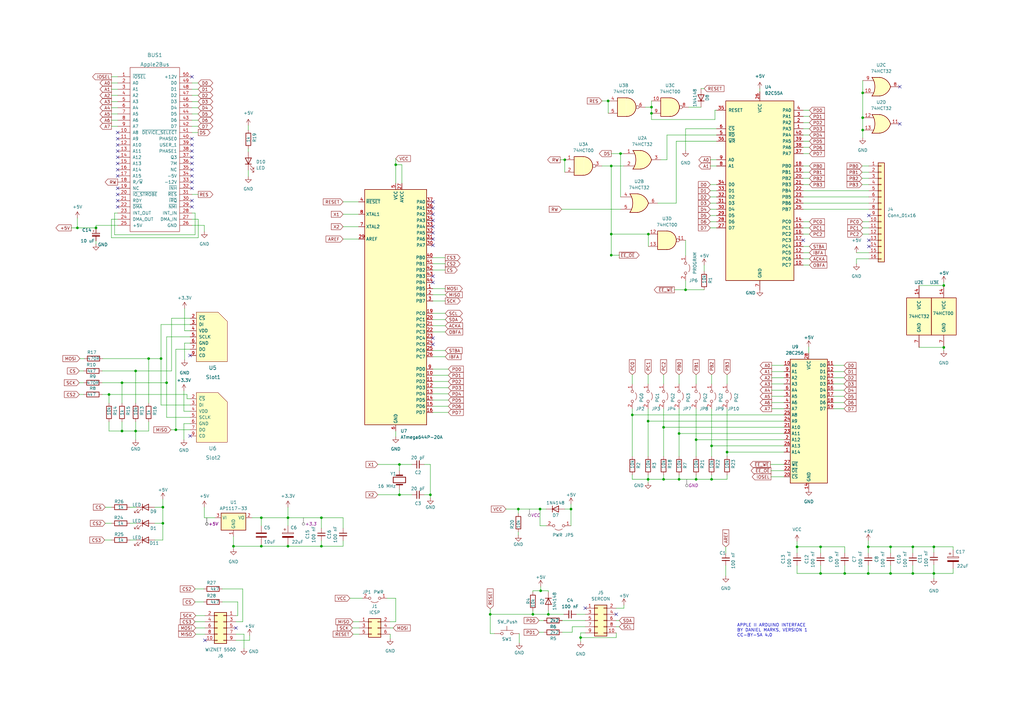
<source format=kicad_sch>
(kicad_sch (version 20230121) (generator eeschema)
  (paper "A3")
  (title_block (title "Apple II Arduino Interface") (date "2023-08-05") (rev "x44_1") (company "Daniel Marks, Michel Pollet") (comment 1 "CC-BY-SA 4.0"))
  (junction (at 298.196 185.42))
  (junction (at 387.096 142.494))
  (junction (at 176.53 202.946))
  (junction (at 201.041 251.968))
  (junction (at 107.188 224.028))
  (junction (at 374.396 235.204))
  (junction (at 356.108 224.282))
  (junction (at 272.161 175.26))
  (junction (at 238.125 261.493))
  (junction (at 131.826 224.028))
  (junction (at 267.208 43.942))
  (junction (at 68.326 156.972))
  (junction (at 291.846 182.88))
  (junction (at 281.178 118.872))
  (junction (at 212.598 208.788))
  (junction (at 326.898 224.282))
  (junction (at 231.648 65.532))
  (junction (at 285.496 180.34))
  (junction (at 60.96 147.066))
  (junction (at 55.626 152.146))
  (junction (at 118.11 224.028))
  (junction (at 66.802 208.026))
  (junction (at 365.252 224.282))
  (junction (at 131.826 212.344))
  (junction (at 278.511 177.8))
  (junction (at 383.032 224.282))
  (junction (at 95.758 224.028))
  (junction (at 221.488 208.788))
  (junction (at 72.136 176.276))
  (junction (at 254.508 62.992))
  (junction (at 291.846 196.596))
  (junction (at 353.822 53.34))
  (junction (at 353.822 48.26))
  (junction (at 278.511 196.596))
  (junction (at 50.038 176.784))
  (junction (at 163.83 190.5))
  (junction (at 66.802 214.63))
  (junction (at 383.032 235.204))
  (junction (at 272.161 196.596))
  (junction (at 336.55 235.204))
  (junction (at 118.11 212.344))
  (junction (at 346.456 235.204))
  (junction (at 265.811 172.72))
  (junction (at 221.742 242.316))
  (junction (at 265.811 196.596))
  (junction (at 267.208 46.482))
  (junction (at 31.75 93.472))
  (junction (at 107.188 212.344))
  (junction (at 163.83 202.946))
  (junction (at 50.038 156.972))
  (junction (at 250.698 96.012))
  (junction (at 218.567 251.968))
  (junction (at 66.04 147.066))
  (junction (at 285.496 196.596))
  (junction (at 356.108 235.204))
  (junction (at 259.334 170.18))
  (junction (at 365.252 235.204))
  (junction (at 374.396 224.282))
  (junction (at 250.698 104.648))
  (junction (at 55.626 176.784))
  (junction (at 234.188 208.788))
  (junction (at 265.938 96.012))
  (junction (at 162.306 67.564))
  (junction (at 336.55 224.282))
  (junction (at 250.698 68.072))
  (junction (at 44.704 161.798))
  (junction (at 387.096 117.094))
  (junction (at 39.37 93.472))
  (junction (at 249.428 41.402))
  (junction (at 353.822 38.1))
  (junction (at 224.917 251.968))
  (no_connect (at 48.26 56.896))
  (no_connect (at 77.978 145.796))
  (no_connect (at 78.74 72.136))
  (no_connect (at 177.546 87.884))
  (no_connect (at 48.26 64.516))
  (no_connect (at 48.26 69.596))
  (no_connect (at 78.74 61.976))
  (no_connect (at 177.546 82.804))
  (no_connect (at 177.546 98.044))
  (no_connect (at 96.774 257.556))
  (no_connect (at 78.74 84.836))
  (no_connect (at 78.74 31.496))
  (no_connect (at 78.74 67.056))
  (no_connect (at 78.74 56.896))
  (no_connect (at 78.74 77.216))
  (no_connect (at 177.546 95.504))
  (no_connect (at 356.362 98.552))
  (no_connect (at 84.074 262.636))
  (no_connect (at 369.062 35.56))
  (no_connect (at 78.74 64.516))
  (no_connect (at 48.26 82.296))
  (no_connect (at 177.546 115.824))
  (no_connect (at 48.26 54.356))
  (no_connect (at 177.546 90.424))
  (no_connect (at 369.062 50.8))
  (no_connect (at 177.546 85.344))
  (no_connect (at 356.362 101.092))
  (no_connect (at 48.26 84.836))
  (no_connect (at 240.03 249.428))
  (no_connect (at 77.978 178.816))
  (no_connect (at 177.546 138.684))
  (no_connect (at 48.26 79.756))
  (no_connect (at 177.546 100.584))
  (no_connect (at 48.26 67.056))
  (no_connect (at 78.74 74.676))
  (no_connect (at 252.73 251.968))
  (no_connect (at 78.74 69.596))
  (no_connect (at 48.26 61.976))
  (no_connect (at 78.74 82.296))
  (no_connect (at 356.362 88.392))
  (no_connect (at 177.546 113.284))
  (no_connect (at 48.26 72.136))
  (no_connect (at 329.438 98.552))
  (no_connect (at 78.74 59.436))
  (no_connect (at 177.546 92.964))
  (no_connect (at 48.26 59.436))
  (no_connect (at 177.546 141.224))
  (no_connect (at 48.26 77.216))
  (wire (pts (xy 346.456 235.204) (xy 336.55 235.204)))
  (wire (pts (xy 291.338 85.852) (xy 293.878 85.852)))
  (wire (pts (xy 218.567 242.316) (xy 221.742 242.316)))
  (wire (pts (xy 252.73 261.493) (xy 238.125 261.493)))
  (wire (pts (xy 118.11 212.344) (xy 131.826 212.344)))
  (wire (pts (xy 75.692 126.492) (xy 75.692 135.636)))
  (wire (pts (xy 278.511 194.818) (xy 278.511 196.596)))
  (wire (pts (xy 131.826 224.028) (xy 131.826 221.742)))
  (wire (pts (xy 55.626 176.784) (xy 55.626 180.34)))
  (wire (pts (xy 177.546 128.524) (xy 182.626 128.524)))
  (wire (pts (xy 118.11 212.344) (xy 118.11 215.646)))
  (wire (pts (xy 298.196 167.64) (xy 298.196 185.42)))
  (wire (pts (xy 285.496 194.818) (xy 285.496 196.596)))
  (wire (pts (xy 131.826 212.344) (xy 131.826 216.662)))
  (wire (pts (xy 140.716 98.044) (xy 147.066 98.044)))
  (wire (pts (xy 50.038 176.784) (xy 55.626 176.784)))
  (wire (pts (xy 163.83 190.5) (xy 163.83 193.04)))
  (wire (pts (xy 329.438 75.692) (xy 331.978 75.692)))
  (wire (pts (xy 68.326 156.972) (xy 68.326 138.176)))
  (wire (pts (xy 207.518 208.788) (xy 212.598 208.788)))
  (wire (pts (xy 326.898 224.282) (xy 326.898 226.822)))
  (wire (pts (xy 107.188 224.028) (xy 118.11 224.028)))
  (wire (pts (xy 341.884 152.4) (xy 346.202 152.4)))
  (wire (pts (xy 271.018 65.532) (xy 273.558 65.532)))
  (wire (pts (xy 298.196 185.42) (xy 298.196 187.198)))
  (wire (pts (xy 50.038 176.784) (xy 44.704 176.784)))
  (wire (pts (xy 162.306 67.564) (xy 162.306 75.184)))
  (wire (pts (xy 176.53 190.5) (xy 173.99 190.5)))
  (wire (pts (xy 66.04 147.066) (xy 66.04 133.096)))
  (wire (pts (xy 66.802 214.63) (xy 66.802 208.026)))
  (wire (pts (xy 293.243 49.022) (xy 293.243 45.212)))
  (wire (pts (xy 70.358 152.146) (xy 70.358 130.556)))
  (wire (pts (xy 273.558 65.532) (xy 273.558 55.372)))
  (wire (pts (xy 281.178 52.832) (xy 293.878 52.832)))
  (wire (pts (xy 265.811 194.818) (xy 265.811 196.596)))
  (wire (pts (xy 316.484 167.64) (xy 321.564 167.64)))
  (wire (pts (xy 329.438 60.452) (xy 331.978 60.452)))
  (wire (pts (xy 329.438 108.712) (xy 331.978 108.712)))
  (wire (pts (xy 316.484 160.02) (xy 321.564 160.02)))
  (wire (pts (xy 44.704 176.784) (xy 44.704 172.974)))
  (wire (pts (xy 285.496 196.596) (xy 291.846 196.596)))
  (wire (pts (xy 351.282 106.172) (xy 356.362 106.172)))
  (wire (pts (xy 177.546 108.204) (xy 182.626 108.204)))
  (wire (pts (xy 250.698 68.072) (xy 255.778 68.072)))
  (wire (pts (xy 45.72 51.816) (xy 48.26 51.816)))
  (wire (pts (xy 329.438 50.292) (xy 331.978 50.292)))
  (wire (pts (xy 329.438 57.912) (xy 331.978 57.912)))
  (wire (pts (xy 272.161 167.64) (xy 272.161 175.26)))
  (wire (pts (xy 177.546 131.064) (xy 182.626 131.064)))
  (wire (pts (xy 224.917 251.968) (xy 231.267 251.968)))
  (wire (pts (xy 80.01 241.554) (xy 83.566 241.554)))
  (wire (pts (xy 176.53 190.5) (xy 176.53 202.946)))
  (wire (pts (xy 278.511 196.596) (xy 285.496 196.596)))
  (wire (pts (xy 201.041 251.968) (xy 201.041 259.842)))
  (wire (pts (xy 75.692 135.636) (xy 77.978 135.636)))
  (wire (pts (xy 45.72 44.196) (xy 48.26 44.196)))
  (wire (pts (xy 291.846 167.64) (xy 291.846 182.88)))
  (wire (pts (xy 160.02 261.874) (xy 160.02 260.096)))
  (wire (pts (xy 32.512 156.972) (xy 34.29 156.972)))
  (wire (pts (xy 329.438 80.772) (xy 356.362 80.772)))
  (wire (pts (xy 341.884 154.94) (xy 346.202 154.94)))
  (wire (pts (xy 329.438 93.472) (xy 331.978 93.472)))
  (wire (pts (xy 221.742 242.316) (xy 224.917 242.316)))
  (wire (pts (xy 341.884 167.64) (xy 346.202 167.64)))
  (wire (pts (xy 315.976 190.5) (xy 321.564 190.5)))
  (wire (pts (xy 45.72 39.116) (xy 48.26 39.116)))
  (wire (pts (xy 298.196 196.596) (xy 291.846 196.596)))
  (wire (pts (xy 374.396 231.902) (xy 374.396 235.204)))
  (wire (pts (xy 55.626 176.784) (xy 60.96 176.784)))
  (wire (pts (xy 45.72 49.276) (xy 48.26 49.276)))
  (wire (pts (xy 107.188 212.344) (xy 118.11 212.344)))
  (wire (pts (xy 246.888 41.402) (xy 249.428 41.402)))
  (wire (pts (xy 264.668 43.942) (xy 267.208 43.942)))
  (wire (pts (xy 66.802 208.026) (xy 66.802 204.724)))
  (wire (pts (xy 140.716 224.028) (xy 140.716 221.742)))
  (wire (pts (xy 46.99 96.266) (xy 80.01 96.266)))
  (wire (pts (xy 353.822 90.932) (xy 356.362 90.932)))
  (wire (pts (xy 329.438 45.212) (xy 331.978 45.212)))
  (wire (pts (xy 236.347 251.968) (xy 240.03 251.968)))
  (wire (pts (xy 346.456 231.902) (xy 346.456 235.204)))
  (wire (pts (xy 103.378 212.344) (xy 107.188 212.344)))
  (wire (pts (xy 230.632 259.334) (xy 234.696 259.334)))
  (wire (pts (xy 53.34 221.488) (xy 55.88 221.488)))
  (wire (pts (xy 326.898 235.204) (xy 326.898 231.902)))
  (wire (pts (xy 80.01 255.016) (xy 84.074 255.016)))
  (wire (pts (xy 162.306 245.364) (xy 162.306 255.016)))
  (wire (pts (xy 265.811 172.72) (xy 265.811 187.198)))
  (wire (pts (xy 60.96 147.066) (xy 66.04 147.066)))
  (wire (pts (xy 224.028 215.646) (xy 221.488 215.646)))
  (wire (pts (xy 32.512 152.146) (xy 34.29 152.146)))
  (wire (pts (xy 83.82 92.456) (xy 83.82 94.996)))
  (wire (pts (xy 390.906 233.172) (xy 390.906 235.204)))
  (wire (pts (xy 353.822 33.02) (xy 353.822 38.1)))
  (wire (pts (xy 39.37 92.456) (xy 48.26 92.456)))
  (wire (pts (xy 252.73 259.588) (xy 252.73 261.493)))
  (wire (pts (xy 376.936 142.494) (xy 387.096 142.494)))
  (wire (pts (xy 329.438 52.832) (xy 331.978 52.832)))
  (wire (pts (xy 329.438 83.312) (xy 356.362 83.312)))
  (wire (pts (xy 102.362 262.636) (xy 96.774 262.636)))
  (wire (pts (xy 32.512 161.798) (xy 34.29 161.798)))
  (wire (pts (xy 42.926 221.488) (xy 45.72 221.488)))
  (wire (pts (xy 66.04 133.096) (xy 77.978 133.096)))
  (wire (pts (xy 224.917 250.444) (xy 224.917 251.968)))
  (wire (pts (xy 163.83 202.946) (xy 163.83 200.66)))
  (wire (pts (xy 99.568 255.016) (xy 96.774 255.016)))
  (wire (pts (xy 265.811 153.67) (xy 265.811 157.48)))
  (wire (pts (xy 29.21 93.472) (xy 31.75 93.472)))
  (wire (pts (xy 43.18 214.63) (xy 45.72 214.63)))
  (wire (pts (xy 95.758 219.964) (xy 95.758 224.028)))
  (wire (pts (xy 351.282 106.172) (xy 351.282 108.204)))
  (wire (pts (xy 272.161 175.26) (xy 272.161 187.198)))
  (wire (pts (xy 101.854 60.96) (xy 101.854 62.23)))
  (wire (pts (xy 83.566 246.888) (xy 80.01 246.888)))
  (wire (pts (xy 316.484 152.4) (xy 321.564 152.4)))
  (wire (pts (xy 147.32 257.556) (xy 144.526 257.556)))
  (wire (pts (xy 101.854 51.435) (xy 101.854 53.34)))
  (wire (pts (xy 45.72 41.656) (xy 48.26 41.656)))
  (wire (pts (xy 267.208 41.402) (xy 267.208 43.942)))
  (wire (pts (xy 291.338 88.392) (xy 293.878 88.392)))
  (wire (pts (xy 63.5 208.026) (xy 66.802 208.026)))
  (wire (pts (xy 259.334 153.67) (xy 259.334 157.48)))
  (wire (pts (xy 276.606 118.872) (xy 281.178 118.872)))
  (wire (pts (xy 326.898 221.996) (xy 326.898 224.282)))
  (wire (pts (xy 376.936 117.094) (xy 387.096 117.094)))
  (wire (pts (xy 100.076 260.096) (xy 96.774 260.096)))
  (wire (pts (xy 291.338 90.932) (xy 293.878 90.932)))
  (wire (pts (xy 387.096 142.494) (xy 387.096 143.764)))
  (wire (pts (xy 249.428 41.402) (xy 249.428 46.482)))
  (wire (pts (xy 177.546 159.004) (xy 183.896 159.004)))
  (wire (pts (xy 291.846 182.88) (xy 321.564 182.88)))
  (wire (pts (xy 41.91 152.146) (xy 55.626 152.146)))
  (wire (pts (xy 267.208 49.022) (xy 293.243 49.022)))
  (wire (pts (xy 63.5 214.63) (xy 66.802 214.63)))
  (wire (pts (xy 143.51 245.364) (xy 148.59 245.364)))
  (wire (pts (xy 329.438 103.632) (xy 331.978 103.632)))
  (wire (pts (xy 383.032 231.648) (xy 383.032 235.204)))
  (wire (pts (xy 161.29 257.556) (xy 160.02 257.556)))
  (wire (pts (xy 91.186 246.888) (xy 97.536 246.888)))
  (wire (pts (xy 177.546 161.544) (xy 183.896 161.544)))
  (wire (pts (xy 78.74 41.656) (xy 81.28 41.656)))
  (wire (pts (xy 254 254.508) (xy 252.73 254.508)))
  (wire (pts (xy 177.546 166.624) (xy 183.896 166.624)))
  (wire (pts (xy 162.306 255.016) (xy 160.02 255.016)))
  (wire (pts (xy 44.704 161.798) (xy 44.704 165.354)))
  (wire (pts (xy 75.438 160.274) (xy 75.438 168.656)))
  (wire (pts (xy 291.338 78.232) (xy 293.878 78.232)))
  (wire (pts (xy 75.692 140.716) (xy 77.978 140.716)))
  (wire (pts (xy 131.826 224.028) (xy 140.716 224.028)))
  (wire (pts (xy 250.698 104.648) (xy 250.698 104.902)))
  (wire (pts (xy 221.107 254.508) (xy 223.012 254.508)))
  (wire (pts (xy 45.72 34.036) (xy 48.26 34.036)))
  (wire (pts (xy 353.568 68.072) (xy 356.362 68.072)))
  (wire (pts (xy 201.041 251.968) (xy 218.567 251.968)))
  (wire (pts (xy 336.55 224.282) (xy 326.898 224.282)))
  (wire (pts (xy 329.438 68.072) (xy 331.978 68.072)))
  (wire (pts (xy 329.438 70.612) (xy 331.978 70.612)))
  (wire (pts (xy 246.888 68.072) (xy 250.698 68.072)))
  (wire (pts (xy 254.508 62.992) (xy 254.508 80.772)))
  (wire (pts (xy 177.546 169.164) (xy 183.896 169.164)))
  (wire (pts (xy 72.136 143.256) (xy 72.136 176.276)))
  (wire (pts (xy 282.448 43.942) (xy 287.528 43.942)))
  (wire (pts (xy 201.041 249.682) (xy 201.041 251.968)))
  (wire (pts (xy 285.496 180.34) (xy 285.496 187.198)))
  (wire (pts (xy 281.178 115.062) (xy 281.178 118.872)))
  (wire (pts (xy 291.338 80.772) (xy 293.878 80.772)))
  (wire (pts (xy 365.252 224.282) (xy 365.252 226.822)))
  (wire (pts (xy 78.74 39.116) (xy 81.28 39.116)))
  (wire (pts (xy 66.04 166.116) (xy 77.978 166.116)))
  (wire (pts (xy 212.979 259.842) (xy 212.979 263.652)))
  (wire (pts (xy 95.758 224.028) (xy 107.188 224.028)))
  (wire (pts (xy 101.854 69.85) (xy 101.854 72.39)))
  (wire (pts (xy 336.55 235.204) (xy 326.898 235.204)))
  (wire (pts (xy 383.032 224.282) (xy 390.906 224.282)))
  (wire (pts (xy 100.076 265.938) (xy 100.076 260.096)))
  (wire (pts (xy 55.88 208.026) (xy 53.34 208.026)))
  (wire (pts (xy 230.378 85.852) (xy 254.508 85.852)))
  (wire (pts (xy 45.72 97.536) (xy 81.28 97.536)))
  (wire (pts (xy 177.546 164.084) (xy 183.896 164.084)))
  (wire (pts (xy 230.632 254.508) (xy 240.03 254.508)))
  (wire (pts (xy 102.362 260.604) (xy 102.362 262.636)))
  (wire (pts (xy 383.032 237.236) (xy 383.032 235.204)))
  (wire (pts (xy 45.72 31.496) (xy 48.26 31.496)))
  (wire (pts (xy 254.508 62.992) (xy 255.778 62.992)))
  (wire (pts (xy 78.74 54.356) (xy 81.28 54.356)))
  (wire (pts (xy 298.196 194.818) (xy 298.196 196.596)))
  (wire (pts (xy 365.252 235.204) (xy 374.396 235.204)))
  (wire (pts (xy 201.041 259.842) (xy 202.819 259.842)))
  (wire (pts (xy 140.716 212.344) (xy 140.716 216.662)))
  (wire (pts (xy 234.188 206.756) (xy 234.188 208.788)))
  (wire (pts (xy 118.11 224.028) (xy 131.826 224.028)))
  (wire (pts (xy 32.766 147.066) (xy 34.544 147.066)))
  (wire (pts (xy 75.438 173.736) (xy 77.978 173.736)))
  (wire (pts (xy 177.546 151.384) (xy 183.896 151.384)))
  (wire (pts (xy 356.108 224.282) (xy 365.252 224.282)))
  (wire (pts (xy 221.488 208.788) (xy 224.028 208.788)))
  (wire (pts (xy 39.37 92.456) (xy 39.37 93.472)))
  (wire (pts (xy 162.306 176.784) (xy 162.306 179.07)))
  (wire (pts (xy 255.905 249.428) (xy 252.73 249.428)))
  (wire (pts (xy 234.188 208.788) (xy 234.188 215.646)))
  (wire (pts (xy 250.698 96.012) (xy 265.938 96.012)))
  (wire (pts (xy 66.802 214.63) (xy 66.802 221.488)))
  (wire (pts (xy 383.032 235.204) (xy 390.906 235.204)))
  (wire (pts (xy 265.811 196.596) (xy 265.811 197.866)))
  (wire (pts (xy 259.334 194.818) (xy 259.334 196.596)))
  (wire (pts (xy 356.108 224.282) (xy 356.108 226.822)))
  (wire (pts (xy 291.338 83.312) (xy 293.878 83.312)))
  (wire (pts (xy 341.884 149.86) (xy 346.202 149.86)))
  (wire (pts (xy 154.94 202.946) (xy 163.83 202.946)))
  (wire (pts (xy 78.74 92.456) (xy 83.82 92.456)))
  (wire (pts (xy 390.906 224.282) (xy 390.906 225.552)))
  (wire (pts (xy 238.125 261.493) (xy 238.125 263.144)))
  (wire (pts (xy 177.546 156.464) (xy 183.896 156.464)))
  (wire (pts (xy 331.724 142.24) (xy 331.724 144.78)))
  (wire (pts (xy 68.326 171.196) (xy 77.978 171.196)))
  (wire (pts (xy 353.822 96.012) (xy 356.362 96.012)))
  (wire (pts (xy 353.822 38.1) (xy 353.822 48.26)))
  (wire (pts (xy 80.01 96.266) (xy 80.01 87.376)))
  (wire (pts (xy 285.496 153.67) (xy 285.496 157.48)))
  (wire (pts (xy 231.648 208.788) (xy 234.188 208.788)))
  (wire (pts (xy 162.306 245.364) (xy 158.75 245.364)))
  (wire (pts (xy 336.55 224.282) (xy 336.55 226.822)))
  (wire (pts (xy 259.334 170.18) (xy 259.334 167.64)))
  (wire (pts (xy 78.74 89.916) (xy 81.28 89.916)))
  (wire (pts (xy 55.88 214.63) (xy 53.34 214.63)))
  (wire (pts (xy 250.698 96.012) (xy 250.698 104.648)))
  (wire (pts (xy 291.846 182.88) (xy 291.846 187.198)))
  (wire (pts (xy 55.626 172.974) (xy 55.626 176.784)))
  (wire (pts (xy 164.846 67.564) (xy 162.306 67.564)))
  (wire (pts (xy 224.917 242.316) (xy 224.917 242.824)))
  (wire (pts (xy 140.716 92.964) (xy 147.066 92.964)))
  (wire (pts (xy 341.884 160.02) (xy 346.202 160.02)))
  (wire (pts (xy 267.208 43.942) (xy 267.208 46.482)))
  (wire (pts (xy 297.688 226.822) (xy 297.688 224.282)))
  (wire (pts (xy 218.567 251.968) (xy 224.917 251.968)))
  (wire (pts (xy 177.546 143.764) (xy 182.626 143.764)))
  (wire (pts (xy 356.108 235.204) (xy 365.252 235.204)))
  (wire (pts (xy 353.568 73.152) (xy 356.362 73.152)))
  (wire (pts (xy 177.546 120.904) (xy 182.626 120.904)))
  (wire (pts (xy 68.326 156.972) (xy 68.326 171.196)))
  (wire (pts (xy 229.743 65.532) (xy 231.648 65.532)))
  (wire (pts (xy 39.37 98.806) (xy 39.37 100.076)))
  (wire (pts (xy 353.568 70.612) (xy 356.362 70.612)))
  (wire (pts (xy 238.125 261.493) (xy 238.125 259.588)))
  (wire (pts (xy 78.74 36.576) (xy 81.28 36.576)))
  (wire (pts (xy 39.37 93.472) (xy 39.37 93.726)))
  (wire (pts (xy 316.484 162.56) (xy 321.564 162.56)))
  (wire (pts (xy 78.74 49.276) (xy 81.28 49.276)))
  (wire (pts (xy 250.698 68.072) (xy 250.698 96.012)))
  (wire (pts (xy 140.716 87.884) (xy 147.066 87.884)))
  (wire (pts (xy 78.74 46.736) (xy 81.28 46.736)))
  (wire (pts (xy 329.438 101.092) (xy 331.978 101.092)))
  (wire (pts (xy 221.742 240.538) (xy 221.742 242.316)))
  (wire (pts (xy 383.032 235.204) (xy 374.396 235.204)))
  (wire (pts (xy 259.334 170.18) (xy 259.334 187.198)))
  (wire (pts (xy 60.96 147.066) (xy 60.96 165.354)))
  (wire (pts (xy 298.196 153.67) (xy 298.196 157.48)))
  (wire (pts (xy 45.72 89.916) (xy 48.26 89.916)))
  (wire (pts (xy 221.488 208.788) (xy 221.488 215.646)))
  (wire (pts (xy 177.546 118.364) (xy 182.626 118.364)))
  (wire (pts (xy 365.252 231.902) (xy 365.252 235.204)))
  (wire (pts (xy 272.161 153.67) (xy 272.161 157.48)))
  (wire (pts (xy 356.108 235.204) (xy 346.456 235.204)))
  (wire (pts (xy 44.704 161.798) (xy 76.708 161.798)))
  (wire (pts (xy 75.692 140.716) (xy 75.692 147.574)))
  (wire (pts (xy 278.511 177.8) (xy 278.511 187.198)))
  (wire (pts (xy 218.567 242.316) (xy 218.567 242.824)))
  (wire (pts (xy 329.438 90.932) (xy 331.978 90.932)))
  (wire (pts (xy 259.334 196.596) (xy 265.811 196.596)))
  (wire (pts (xy 66.04 166.116) (xy 66.04 147.066)))
  (wire (pts (xy 285.496 167.64) (xy 285.496 180.34)))
  (wire (pts (xy 278.511 177.8) (xy 321.564 177.8)))
  (wire (pts (xy 353.822 53.34) (xy 353.822 56.515)))
  (wire (pts (xy 293.243 45.212) (xy 293.878 45.212)))
  (wire (pts (xy 287.528 36.322) (xy 288.798 36.322)))
  (wire (pts (xy 177.546 146.304) (xy 182.626 146.304)))
  (wire (pts (xy 154.94 190.5) (xy 163.83 190.5)))
  (wire (pts (xy 356.108 221.742) (xy 356.108 224.282)))
  (wire (pts (xy 78.74 87.376) (xy 80.01 87.376)))
  (wire (pts (xy 50.038 156.972) (xy 50.038 165.354)))
  (wire (pts (xy 177.546 136.144) (xy 182.626 136.144)))
  (wire (pts (xy 212.598 208.788) (xy 221.488 208.788)))
  (wire (pts (xy 383.032 224.282) (xy 383.032 226.568)))
  (wire (pts (xy 353.568 75.692) (xy 356.362 75.692)))
  (wire (pts (xy 72.136 143.256) (xy 77.978 143.256)))
  (wire (pts (xy 78.74 79.756) (xy 81.28 79.756)))
  (wire (pts (xy 254 104.648) (xy 250.698 104.648)))
  (wire (pts (xy 231.648 65.532) (xy 231.648 70.612)))
  (wire (pts (xy 298.196 185.42) (xy 321.564 185.42)))
  (wire (pts (xy 374.396 224.282) (xy 374.396 226.822)))
  (wire (pts (xy 55.626 152.146) (xy 55.626 165.354)))
  (wire (pts (xy 177.546 123.444) (xy 182.626 123.444)))
  (wire (pts (xy 76.708 163.576) (xy 77.978 163.576)))
  (wire (pts (xy 374.396 224.282) (xy 383.032 224.282)))
  (wire (pts (xy 44.704 161.798) (xy 41.91 161.798)))
  (wire (pts (xy 329.438 55.372) (xy 331.978 55.372)))
  (wire (pts (xy 212.598 210.566) (xy 212.598 208.788)))
  (wire (pts (xy 78.74 51.816) (xy 81.28 51.816)))
  (wire (pts (xy 259.334 170.18) (xy 321.564 170.18)))
  (wire (pts (xy 277.368 83.312) (xy 277.368 57.912)))
  (wire (pts (xy 84.074 252.476) (xy 80.264 252.476)))
  (wire (pts (xy 351.282 103.632) (xy 356.362 103.632)))
  (wire (pts (xy 99.568 241.554) (xy 91.186 241.554)))
  (wire (pts (xy 329.438 47.752) (xy 331.978 47.752)))
  (wire (pts (xy 254 257.048) (xy 252.73 257.048)))
  (wire (pts (xy 221.107 259.334) (xy 223.012 259.334)))
  (wire (pts (xy 341.884 157.48) (xy 346.202 157.48)))
  (wire (pts (xy 107.188 224.028) (xy 107.188 223.266)))
  (wire (pts (xy 162.306 65.024) (xy 162.306 67.564)))
  (wire (pts (xy 291.338 68.072) (xy 293.878 68.072)))
  (wire (pts (xy 60.96 172.974) (xy 60.96 176.784)))
  (wire (pts (xy 250.698 62.992) (xy 254.508 62.992)))
  (wire (pts (xy 281.178 61.722) (xy 281.178 52.832)))
  (wire (pts (xy 97.536 252.476) (xy 96.774 252.476)))
  (wire (pts (xy 43.18 208.026) (xy 45.72 208.026)))
  (wire (pts (xy 341.884 165.1) (xy 346.202 165.1)))
  (wire (pts (xy 78.74 34.036) (xy 81.28 34.036)))
  (wire (pts (xy 41.91 156.972) (xy 50.038 156.972)))
  (wire (pts (xy 84.074 260.096) (xy 80.264 260.096)))
  (wire (pts (xy 50.038 156.972) (xy 68.326 156.972)))
  (wire (pts (xy 83.82 212.344) (xy 88.138 212.344)))
  (wire (pts (xy 177.546 110.744) (xy 182.626 110.744)))
  (wire (pts (xy 234.696 257.048) (xy 240.03 257.048)))
  (wire (pts (xy 72.136 176.276) (xy 77.978 176.276)))
  (wire (pts (xy 329.438 85.852) (xy 356.362 85.852)))
  (wire (pts (xy 273.558 55.372) (xy 293.878 55.372)))
  (wire (pts (xy 316.484 157.48) (xy 321.564 157.48)))
  (wire (pts (xy 265.938 96.012) (xy 265.938 101.092)))
  (wire (pts (xy 234.696 259.334) (xy 234.696 257.048)))
  (wire (pts (xy 163.83 190.5) (xy 168.91 190.5)))
  (wire (pts (xy 131.826 212.344) (xy 140.716 212.344)))
  (wire (pts (xy 31.75 93.472) (xy 31.75 89.408)))
  (wire (pts (xy 329.438 73.152) (xy 331.978 73.152)))
  (wire (pts (xy 265.811 167.64) (xy 265.811 172.72)))
  (wire (pts (xy 291.338 93.472) (xy 293.878 93.472)))
  (wire (pts (xy 218.567 250.444) (xy 218.567 251.968)))
  (wire (pts (xy 316.484 154.94) (xy 321.564 154.94)))
  (wire (pts (xy 99.568 241.554) (xy 99.568 255.016)))
  (wire (pts (xy 76.708 161.798) (xy 76.708 163.576)))
  (wire (pts (xy 84.074 257.556) (xy 80.264 257.556)))
  (wire (pts (xy 387.096 115.824) (xy 387.096 117.094)))
  (wire (pts (xy 265.811 196.596) (xy 272.161 196.596)))
  (wire (pts (xy 163.83 202.946) (xy 168.91 202.946)))
  (wire (pts (xy 45.72 36.576) (xy 48.26 36.576)))
  (wire (pts (xy 265.811 172.72) (xy 321.564 172.72)))
  (wire (pts (xy 336.55 231.902) (xy 336.55 235.204)))
  (wire (pts (xy 365.252 224.282) (xy 374.396 224.282)))
  (wire (pts (xy 176.53 202.946) (xy 173.99 202.946)))
  (wire (pts (xy 147.32 255.016) (xy 144.78 255.016)))
  (wire (pts (xy 316.484 149.86) (xy 321.564 149.86)))
  (wire (pts (xy 281.178 118.872) (xy 288.798 118.872)))
  (wire (pts (xy 55.626 152.146) (xy 70.358 152.146)))
  (wire (pts (xy 278.511 167.64) (xy 278.511 177.8)))
  (wire (pts (xy 97.536 246.888) (xy 97.536 252.476)))
  (wire (pts (xy 238.125 259.588) (xy 240.03 259.588)))
  (wire (pts (xy 176.53 202.946) (xy 176.53 204.216)))
  (wire (pts (xy 316.23 193.04) (xy 321.564 193.04)))
  (wire (pts (xy 288.798 108.712) (xy 288.798 111.252)))
  (wire (pts (xy 272.161 194.818) (xy 272.161 196.596)))
  (wire (pts (xy 147.32 260.096) (xy 144.78 260.096)))
  (wire (pts (xy 177.546 153.924) (xy 183.896 153.924)))
  (wire (pts (xy 70.358 130.556) (xy 77.978 130.556)))
  (wire (pts (xy 329.438 78.232) (xy 356.362 78.232)))
  (wire (pts (xy 316.23 195.58) (xy 321.564 195.58)))
  (wire (pts (xy 46.99 87.376) (xy 46.99 96.266)))
  (wire (pts (xy 346.456 224.282) (xy 346.456 226.822)))
  (wire (pts (xy 118.11 224.028) (xy 118.11 223.266)))
  (wire (pts (xy 353.822 48.26) (xy 353.822 53.34)))
  (wire (pts (xy 83.82 208.026) (xy 83.82 212.344)))
  (wire (pts (xy 277.368 57.912) (xy 293.878 57.912)))
  (wire (pts (xy 269.748 83.312) (xy 277.368 83.312)))
  (wire (pts (xy 329.438 96.012) (xy 331.978 96.012)))
  (wire (pts (xy 70.104 176.276) (xy 72.136 176.276)))
  (wire (pts (xy 140.716 82.804) (xy 147.066 82.804)))
  (wire (pts (xy 272.161 175.26) (xy 321.564 175.26)))
  (wire (pts (xy 66.802 221.488) (xy 63.5 221.488)))
  (wire (pts (xy 285.496 180.34) (xy 321.564 180.34)))
  (wire (pts (xy 45.72 89.916) (xy 45.72 97.536)))
  (wire (pts (xy 272.161 196.596) (xy 278.511 196.596)))
  (wire (pts (xy 75.438 168.656) (xy 77.978 168.656)))
  (wire (pts (xy 177.546 133.604) (xy 182.626 133.604)))
  (wire (pts (xy 356.108 231.902) (xy 356.108 235.204)))
  (wire (pts (xy 107.188 215.646) (xy 107.188 212.344)))
  (wire (pts (xy 45.72 46.736) (xy 48.26 46.736)))
  (wire (pts (xy 291.338 65.532) (xy 293.878 65.532)))
  (wire (pts (xy 46.99 87.376) (xy 48.26 87.376)))
  (wire (pts (xy 291.846 194.818) (xy 291.846 196.596)))
  (wire (pts (xy 297.688 231.902) (xy 297.688 236.22)))
  (wire (pts (xy 329.438 106.172) (xy 331.978 106.172)))
  (wire (pts (xy 212.598 219.456) (xy 212.598 218.186)))
  (wire (pts (xy 95.758 224.028) (xy 95.758 225.044)))
  (wire (pts (xy 329.438 62.992) (xy 331.978 62.992)))
  (wire (pts (xy 42.164 147.066) (xy 60.96 147.066)))
  (wire (pts (xy 75.438 173.736) (xy 75.438 180.34)))
  (wire (pts (xy 311.658 36.322) (xy 311.658 37.592)))
  (wire (pts (xy 291.338 75.692) (xy 293.878 75.692)))
  (wire (pts (xy 291.846 153.67) (xy 291.846 157.48)))
  (wire (pts (xy 78.74 44.196) (xy 81.28 44.196)))
  (wire (pts (xy 118.11 212.344) (xy 118.11 208.026)))
  (wire (pts (xy 255.905 248.158) (xy 255.905 249.428)))
  (wire (pts (xy 278.511 153.67) (xy 278.511 157.48)))
  (wire (pts (xy 281.178 98.552) (xy 281.178 104.902)))
  (wire (pts (xy 267.208 46.482) (xy 267.208 49.022)))
  (wire (pts (xy 353.822 93.472) (xy 356.362 93.472)))
  (wire (pts (xy 177.546 105.664) (xy 182.626 105.664)))
  (wire (pts (xy 164.846 75.184) (xy 164.846 67.564)))
  (wire (pts (xy 341.884 162.56) (xy 346.202 162.56)))
  (wire (pts (xy 31.75 93.472) (xy 39.37 93.472)))
  (wire (pts (xy 316.484 165.1) (xy 321.564 165.1)))
  (wire (pts (xy 81.28 97.536) (xy 81.28 89.916)))
  (wire (pts (xy 50.038 172.974) (xy 50.038 176.784)))
  (wire (pts (xy 346.456 224.282) (xy 336.55 224.282)))
  (wire (pts (xy 68.326 138.176) (xy 77.978 138.176)))
  (text "APPLE II ARDUINO INTERFACE\nBY DANIEL MARKS, VERSION 1\nCC-BY-SA 4.0\n" (at 302.26 261.366 0) (effects (font (size 1.27 1.27)) (justify left bottom)))
  (global_label "SCK" (shape input) (at 80.264 252.476 180) (property "Intersheetrefs" "${INTERSHEET_REFS}" (effects hide)))
  (global_label "D5" (shape input) (at 346.202 162.56 0) (property "Intersheetrefs" "${INTERSHEET_REFS}" (effects hide)))
  (global_label "MISO" (shape input) (at 182.626 120.904 0) (property "Intersheetrefs" "${INTERSHEET_REFS}" (effects hide)))
  (global_label "MOSI" (shape input) (at 80.264 257.556 180) (property "Intersheetrefs" "${INTERSHEET_REFS}" (effects hide)))
  (global_label "IOSEL" (shape output) (at 316.23 195.58 180) (property "Intersheetrefs" "${INTERSHEET_REFS}" (effects hide)))
  (global_label "RESET" (shape input) (at 144.78 260.096 180) (property "Intersheetrefs" "${INTERSHEET_REFS}" (effects hide)))
  (global_label "SCK" (shape output) (at 182.626 123.444 0) (property "Intersheetrefs" "${INTERSHEET_REFS}" (effects hide)))
  (global_label "X1" (shape input) (at 140.716 87.884 180) (property "Intersheetrefs" "${INTERSHEET_REFS}" (effects hide)))
  (global_label "A3" (shape output) (at 45.72 41.656 180) (property "Intersheetrefs" "${INTERSHEET_REFS}" (effects hide)))
  (global_label "VCC" (shape input) (at 162.306 65.024 0) (property "Intersheetrefs" "${INTERSHEET_REFS}" (effects hide)))
  (global_label "ACKA" (shape input) (at 331.978 106.172 0) (property "Intersheetrefs" "${INTERSHEET_REFS}" (effects hide)))
  (global_label "MISO" (shape input) (at 70.104 176.276 180) (property "Intersheetrefs" "${INTERSHEET_REFS}" (effects hide)))
  (global_label "PD2" (shape input) (at 331.978 50.292 0) (property "Intersheetrefs" "${INTERSHEET_REFS}" (effects hide)))
  (global_label "D0" (shape bidirectional) (at 81.28 34.036 0) (property "Intersheetrefs" "${INTERSHEET_REFS}" (effects hide)))
  (global_label "CS2" (shape input) (at 43.18 214.63 180) (property "Intersheetrefs" "${INTERSHEET_REFS}" (effects hide)))
  (global_label "PC1" (shape input) (at 265.811 153.67 90) (property "Intersheetrefs" "${INTERSHEET_REFS}" (effects hide)))
  (global_label "DS" (shape output) (at 81.28 54.356 0) (property "Intersheetrefs" "${INTERSHEET_REFS}" (effects hide)))
  (global_label "A4" (shape output) (at 45.72 44.196 180) (property "Intersheetrefs" "${INTERSHEET_REFS}" (effects hide)))
  (global_label "PB1" (shape input) (at 285.496 153.67 90) (property "Intersheetrefs" "${INTERSHEET_REFS}" (effects hide)))
  (global_label "PD1" (shape input) (at 183.896 153.924 0) (property "Intersheetrefs" "${INTERSHEET_REFS}" (effects hide)))
  (global_label "SCL" (shape bidirectional) (at 182.626 128.524 0) (property "Intersheetrefs" "${INTERSHEET_REFS}" (effects hide)))
  (global_label "PD4" (shape input) (at 183.896 161.544 0) (property "Intersheetrefs" "${INTERSHEET_REFS}" (effects hide)))
  (global_label "CS2" (shape output) (at 182.626 108.204 0) (property "Intersheetrefs" "${INTERSHEET_REFS}" (effects hide)))
  (global_label "PD0" (shape input) (at 221.107 254.508 180) (property "Intersheetrefs" "${INTERSHEET_REFS}" (effects hide)))
  (global_label "D5" (shape bidirectional) (at 81.28 46.736 0) (property "Intersheetrefs" "${INTERSHEET_REFS}" (effects hide)))
  (global_label "PB2" (shape input) (at 331.978 73.152 0) (property "Intersheetrefs" "${INTERSHEET_REFS}" (effects hide)))
  (global_label "RES" (shape input) (at 246.888 41.402 180) (property "Intersheetrefs" "${INTERSHEET_REFS}" (effects hide)))
  (global_label "DS" (shape output) (at 250.698 62.992 180) (property "Intersheetrefs" "${INTERSHEET_REFS}" (effects hide)))
  (global_label "D5" (shape input) (at 291.338 88.392 180) (property "Intersheetrefs" "${INTERSHEET_REFS}" (effects hide)))
  (global_label "PC0" (shape input) (at 353.822 90.932 180) (property "Intersheetrefs" "${INTERSHEET_REFS}" (effects hide)))
  (global_label "D4" (shape bidirectional) (at 81.28 44.196 0) (property "Intersheetrefs" "${INTERSHEET_REFS}" (effects hide)))
  (global_label "AREF" (shape input) (at 140.716 98.044 180) (property "Intersheetrefs" "${INTERSHEET_REFS}" (effects hide)))
  (global_label "PB2" (shape input) (at 353.568 73.152 180) (property "Intersheetrefs" "${INTERSHEET_REFS}" (effects hide)))
  (global_label "MISO" (shape input) (at 144.78 255.016 180) (property "Intersheetrefs" "${INTERSHEET_REFS}" (effects hide)))
  (global_label "D1" (shape input) (at 291.338 78.232 180) (property "Intersheetrefs" "${INTERSHEET_REFS}" (effects hide)))
  (global_label "CS2" (shape input) (at 32.512 161.798 180) (property "Intersheetrefs" "${INTERSHEET_REFS}" (effects hide)))
  (global_label "D3" (shape bidirectional) (at 81.28 41.656 0) (property "Intersheetrefs" "${INTERSHEET_REFS}" (effects hide)))
  (global_label "X1" (shape input) (at 154.94 190.5 180) (property "Intersheetrefs" "${INTERSHEET_REFS}" (effects hide)))
  (global_label "PC2" (shape input) (at 353.822 96.012 180) (property "Intersheetrefs" "${INTERSHEET_REFS}" (effects hide)))
  (global_label "PB3" (shape input) (at 298.196 153.67 90) (property "Intersheetrefs" "${INTERSHEET_REFS}" (effects hide)))
  (global_label "CS3" (shape input) (at 42.926 221.488 180) (property "Intersheetrefs" "${INTERSHEET_REFS}" (effects hide)))
  (global_label "RES" (shape output) (at 81.28 79.756 0) (property "Intersheetrefs" "${INTERSHEET_REFS}" (effects hide)))
  (global_label "PB0" (shape input) (at 278.511 153.67 90) (property "Intersheetrefs" "${INTERSHEET_REFS}" (effects hide)))
  (global_label "A7" (shape output) (at 45.72 51.816 180) (property "Intersheetrefs" "${INTERSHEET_REFS}" (effects hide)))
  (global_label "D7" (shape input) (at 346.202 167.64 0) (property "Intersheetrefs" "${INTERSHEET_REFS}" (effects hide)))
  (global_label "~{EE_OE}" (shape output) (at 254 104.648 0) (property "Intersheetrefs" "${INTERSHEET_REFS}" (effects hide)))
  (global_label "PD3" (shape input) (at 183.896 159.004 0) (property "Intersheetrefs" "${INTERSHEET_REFS}" (effects hide)))
  (global_label "SDA" (shape input) (at 254 254.508 0) (property "Intersheetrefs" "${INTERSHEET_REFS}" (effects hide)))
  (global_label "D7" (shape input) (at 291.338 93.472 180) (property "Intersheetrefs" "${INTERSHEET_REFS}" (effects hide)))
  (global_label "CS2" (shape input) (at 80.01 241.554 180) (property "Intersheetrefs" "${INTERSHEET_REFS}" (effects hide)))
  (global_label "A5" (shape output) (at 45.72 46.736 180) (property "Intersheetrefs" "${INTERSHEET_REFS}" (effects hide)))
  (global_label "PB1" (shape input) (at 353.568 70.612 180) (property "Intersheetrefs" "${INTERSHEET_REFS}" (effects hide)))
  (global_label "PD3" (shape input) (at 331.978 52.832 0) (property "Intersheetrefs" "${INTERSHEET_REFS}" (effects hide)))
  (global_label "CS" (shape output) (at 182.626 110.744 0) (property "Intersheetrefs" "${INTERSHEET_REFS}" (effects hide)))
  (global_label "A0" (shape output) (at 316.484 149.86 180) (property "Intersheetrefs" "${INTERSHEET_REFS}" (effects hide)))
  (global_label "PB0" (shape input) (at 353.568 68.072 180) (property "Intersheetrefs" "${INTERSHEET_REFS}" (effects hide)))
  (global_label "D0" (shape input) (at 346.202 149.86 0) (property "Intersheetrefs" "${INTERSHEET_REFS}" (effects hide)))
  (global_label "D3" (shape input) (at 346.202 157.48 0) (property "Intersheetrefs" "${INTERSHEET_REFS}" (effects hide)))
  (global_label "PD1" (shape input) (at 221.107 259.334 180) (property "Intersheetrefs" "${INTERSHEET_REFS}" (effects hide)))
  (global_label "AREF" (shape input) (at 297.688 224.282 90) (property "Intersheetrefs" "${INTERSHEET_REFS}" (effects hide)))
  (global_label "MOSI" (shape input) (at 32.766 147.066 180) (property "Intersheetrefs" "${INTERSHEET_REFS}" (effects hide)))
  (global_label "D2" (shape input) (at 291.338 80.772 180) (property "Intersheetrefs" "${INTERSHEET_REFS}" (effects hide)))
  (global_label "IBFA" (shape input) (at 331.978 103.632 0) (property "Intersheetrefs" "${INTERSHEET_REFS}" (effects hide)))
  (global_label "STBA" (shape input) (at 331.978 101.092 0) (property "Intersheetrefs" "${INTERSHEET_REFS}" (effects hide)))
  (global_label "PD5" (shape input) (at 331.978 57.912 0) (property "Intersheetrefs" "${INTERSHEET_REFS}" (effects hide)))
  (global_label "PC1" (shape input) (at 353.822 93.472 180) (property "Intersheetrefs" "${INTERSHEET_REFS}" (effects hide)))
  (global_label "RW" (shape input) (at 230.378 85.852 180) (property "Intersheetrefs" "${INTERSHEET_REFS}" (effects hide)))
  (global_label "A7" (shape output) (at 316.484 167.64 180) (property "Intersheetrefs" "${INTERSHEET_REFS}" (effects hide)))
  (global_label "IBFA" (shape input) (at 182.626 146.304 0) (property "Intersheetrefs" "${INTERSHEET_REFS}" (effects hide)))
  (global_label "X2" (shape input) (at 140.716 92.964 180) (property "Intersheetrefs" "${INTERSHEET_REFS}" (effects hide)))
  (global_label "A0" (shape output) (at 45.72 34.036 180) (property "Intersheetrefs" "${INTERSHEET_REFS}" (effects hide)))
  (global_label "A4" (shape output) (at 316.484 160.02 180) (property "Intersheetrefs" "${INTERSHEET_REFS}" (effects hide)))
  (global_label "PD7" (shape input) (at 331.978 62.992 0) (property "Intersheetrefs" "${INTERSHEET_REFS}" (effects hide)))
  (global_label "PD4" (shape input) (at 331.978 55.372 0) (property "Intersheetrefs" "${INTERSHEET_REFS}" (effects hide)))
  (global_label "D6" (shape input) (at 291.338 90.932 180) (property "Intersheetrefs" "${INTERSHEET_REFS}" (effects hide)))
  (global_label "D4" (shape input) (at 346.202 160.02 0) (property "Intersheetrefs" "${INTERSHEET_REFS}" (effects hide)))
  (global_label "CS" (shape input) (at 32.512 152.146 180) (property "Intersheetrefs" "${INTERSHEET_REFS}" (effects hide)))
  (global_label "D0" (shape input) (at 291.338 75.692 180) (property "Intersheetrefs" "${INTERSHEET_REFS}" (effects hide)))
  (global_label "PD0" (shape input) (at 183.896 151.384 0) (property "Intersheetrefs" "${INTERSHEET_REFS}" (effects hide)))
  (global_label "X2" (shape input) (at 154.94 202.946 180) (property "Intersheetrefs" "${INTERSHEET_REFS}" (effects hide)))
  (global_label "CS" (shape input) (at 80.01 246.888 180) (property "Intersheetrefs" "${INTERSHEET_REFS}" (effects hide)))
  (global_label "RW" (shape output) (at 48.26 74.676 180) (property "Intersheetrefs" "${INTERSHEET_REFS}" (effects hide)))
  (global_label "ACKA" (shape input) (at 182.626 133.604 0) (property "Intersheetrefs" "${INTERSHEET_REFS}" (effects hide)))
  (global_label "PD5" (shape input) (at 183.896 164.084 0) (property "Intersheetrefs" "${INTERSHEET_REFS}" (effects hide)))
  (global_label "IOSEL" (shape output) (at 45.72 31.496 180) (property "Intersheetrefs" "${INTERSHEET_REFS}" (effects hide)))
  (global_label "~{EE_OE}" (shape output) (at 316.23 193.04 180) (property "Intersheetrefs" "${INTERSHEET_REFS}" (effects hide)))
  (global_label "PB3" (shape input) (at 331.978 75.692 0) (property "Intersheetrefs" "${INTERSHEET_REFS}" (effects hide)))
  (global_label "A1" (shape output) (at 316.484 152.4 180) (property "Intersheetrefs" "${INTERSHEET_REFS}" (effects hide)))
  (global_label "D2" (shape input) (at 346.202 154.94 0) (property "Intersheetrefs" "${INTERSHEET_REFS}" (effects hide)))
  (global_label "D6" (shape input) (at 346.202 165.1 0) (property "Intersheetrefs" "${INTERSHEET_REFS}" (effects hide)))
  (global_label "VCC" (shape input) (at 143.51 245.364 180) (property "Intersheetrefs" "${INTERSHEET_REFS}" (effects hide)))
  (global_label "PC2" (shape input) (at 331.978 96.012 0) (property "Intersheetrefs" "${INTERSHEET_REFS}" (effects hide)))
  (global_label "RESET" (shape input) (at 288.798 36.322 0) (property "Intersheetrefs" "${INTERSHEET_REFS}" (effects hide)))
  (global_label "MISO" (shape input) (at 80.264 260.096 180) (property "Intersheetrefs" "${INTERSHEET_REFS}" (effects hide)))
  (global_label "D7" (shape bidirectional) (at 81.28 51.816 0) (property "Intersheetrefs" "${INTERSHEET_REFS}" (effects hide)))
  (global_label "SCK" (shape input) (at 144.526 257.556 180) (property "Intersheetrefs" "${INTERSHEET_REFS}" (effects hide)))
  (global_label "PC0" (shape input) (at 331.978 90.932 0) (property "Intersheetrefs" "${INTERSHEET_REFS}" (effects hide)))
  (global_label "RESET" (shape input) (at 140.716 82.804 180) (property "Intersheetrefs" "${INTERSHEET_REFS}" (effects hide)))
  (global_label "A5" (shape output) (at 316.484 162.56 180) (property "Intersheetrefs" "${INTERSHEET_REFS}" (effects hide)))
  (global_label "MOSI" (shape output) (at 182.626 118.364 0) (property "Intersheetrefs" "${INTERSHEET_REFS}" (effects hide)))
  (global_label "OBFA" (shape input) (at 182.626 136.144 0) (property "Intersheetrefs" "${INTERSHEET_REFS}" (effects hide)))
  (global_label "A6" (shape output) (at 45.72 49.276 180) (property "Intersheetrefs" "${INTERSHEET_REFS}" (effects hide)))
  (global_label "PC0" (shape input) (at 259.334 153.67 90) (property "Intersheetrefs" "${INTERSHEET_REFS}" (effects hide)))
  (global_label "RW" (shape output) (at 229.743 65.532 180) (property "Intersheetrefs" "${INTERSHEET_REFS}" (effects hide)))
  (global_label "PB0" (shape input) (at 331.978 68.072 0) (property "Intersheetrefs" "${INTERSHEET_REFS}" (effects hide)))
  (global_label "A1" (shape output) (at 45.72 36.576 180) (property "Intersheetrefs" "${INTERSHEET_REFS}" (effects hide)))
  (global_label "RESET" (shape input) (at 201.041 249.682 90) (property "Intersheetrefs" "${INTERSHEET_REFS}" (effects hide)))
  (global_label "~{EE_WE}" (shape output) (at 276.606 118.872 180) (property "Intersheetrefs" "${INTERSHEET_REFS}" (effects hide)))
  (global_label "A6" (shape output) (at 316.484 165.1 180) (property "Intersheetrefs" "${INTERSHEET_REFS}" (effects hide)))
  (global_label "~{EE_WE}" (shape output) (at 315.976 190.5 180) (property "Intersheetrefs" "${INTERSHEET_REFS}" (effects hide)))
  (global_label "PD1" (shape input) (at 331.978 47.752 0) (property "Intersheetrefs" "${INTERSHEET_REFS}" (effects hide)))
  (global_label "PD0" (shape input) (at 331.978 45.212 0) (property "Intersheetrefs" "${INTERSHEET_REFS}" (effects hide)))
  (global_label "PC2" (shape input) (at 272.161 153.67 90) (property "Intersheetrefs" "${INTERSHEET_REFS}" (effects hide)))
  (global_label "D1" (shape input) (at 346.202 152.4 0) (property "Intersheetrefs" "${INTERSHEET_REFS}" (effects hide)))
  (global_label "A0" (shape output) (at 291.338 65.532 180) (property "Intersheetrefs" "${INTERSHEET_REFS}" (effects hide)))
  (global_label "SCK" (shape input) (at 32.512 156.972 180) (property "Intersheetrefs" "${INTERSHEET_REFS}" (effects hide)))
  (global_label "D2" (shape bidirectional) (at 81.28 39.116 0) (property "Intersheetrefs" "${INTERSHEET_REFS}" (effects hide)))
  (global_label "PB2" (shape input) (at 291.846 153.67 90) (property "Intersheetrefs" "${INTERSHEET_REFS}" (effects hide)))
  (global_label "PB1" (shape input) (at 331.978 70.612 0) (property "Intersheetrefs" "${INTERSHEET_REFS}" (effects hide)))
  (global_label "CS" (shape input) (at 43.18 208.026 180) (property "Intersheetrefs" "${INTERSHEET_REFS}" (effects hide)))
  (global_label "MOSI" (shape input) (at 161.29 257.556 0) (property "Intersheetrefs" "${INTERSHEET_REFS}" (effects hide)))
  (global_label "PD6" (shape input) (at 183.896 166.624 0) (property "Intersheetrefs" "${INTERSHEET_REFS}" (effects hide)))
  (global_label "PB3" (shape input) (at 353.568 75.692 180) (property "Intersheetrefs" "${INTERSHEET_REFS}" (effects hide)))
  (global_label "D1" (shape bidirectional) (at 81.28 36.576 0) (property "Intersheetrefs" "${INTERSHEET_REFS}" (effects hide)))
  (global_label "PD7" (shape input) (at 183.896 169.164 0) (property "Intersheetrefs" "${INTERSHEET_REFS}" (effects hide)))
  (global_label "D6" (shape bidirectional) (at 81.28 49.276 0) (property "Intersheetrefs" "${INTERSHEET_REFS}" (effects hide)))
  (global_label "SCL" (shape input) (at 254 257.048 0) (property "Intersheetrefs" "${INTERSHEET_REFS}" (effects hide)))
  (global_label "A2" (shape output) (at 45.72 39.116 180) (property "Intersheetrefs" "${INTERSHEET_REFS}" (effects hide)))
  (global_label "+5V" (shape output) (at 29.21 93.472 180) (property "Intersheetrefs" "${INTERSHEET_REFS}" (effects hide)))
  (global_label "CS3" (shape input) (at 80.01 255.016 180) (property "Intersheetrefs" "${INTERSHEET_REFS}" (effects hide)))
  (global_label "PD6" (shape input) (at 331.978 60.452 0) (property "Intersheetrefs" "${INTERSHEET_REFS}" (effects hide)))
  (global_label "D4" (shape input) (at 291.338 85.852 180) (property "Intersheetrefs" "${INTERSHEET_REFS}" (effects hide)))
  (global_label "PD2" (shape input) (at 183.896 156.464 0) (property "Intersheetrefs" "${INTERSHEET_REFS}" (effects hide)))
  (global_label "D3" (shape input) (at 291.338 83.312 180) (property "Intersheetrefs" "${INTERSHEET_REFS}" (effects hide)))
  (global_label "VCC" (shape input) (at 207.518 208.788 180) (property "Intersheetrefs" "${INTERSHEET_REFS}" (effects hide)))
  (global_label "A1" (shape output) (at 291.338 68.072 180) (property "Intersheetrefs" "${INTERSHEET_REFS}" (effects hide)))
  (global_label "OBFA" (shape input) (at 331.978 108.712 0) (property "Intersheetrefs" "${INTERSHEET_REFS}" (effects hide)))
  (global_label "A3" (shape output) (at 316.484 157.48 180) (property "Intersheetrefs" "${INTERSHEET_REFS}" (effects hide)))
  (global_label "CS3" (shape output) (at 182.626 105.664 0) (property "Intersheetrefs" "${INTERSHEET_REFS}" (effects hide)))
  (global_label "A2" (shape output) (at 316.484 154.94 180) (property "Intersheetrefs" "${INTERSHEET_REFS}" (effects hide)))
  (global_label "SDA" (shape bidirectional) (at 182.626 131.064 0) (property "Intersheetrefs" "${INTERSHEET_REFS}" (effects hide)))
  (global_label "PC1" (shape input) (at 331.978 93.472 0) (property "Intersheetrefs" "${INTERSHEET_REFS}" (effects hide)))
  (global_label "STBA" (shape input) (at 182.626 143.764 0) (property "Intersheetrefs" "${INTERSHEET_REFS}" (effects hide)))
  (netclass_flag "" (length 2.54) (shape round) (at 84.836 212.344 180) (property "+5V" "+5V" (at 85.4456 214.884 0) (effects (font italic) (justify left))))
  (netclass_flag "" (length 2.54) (shape round) (at 124.46 212.344 180) (property "Netclass" "+3.3" (at 125.0696 214.884 0) (effects (font italic) (justify left))))
  (netclass_flag "" (length 2.54) (shape round) (at 84.836 212.344 180) (property "Netclass" "+5V" (at 85.4456 214.884 0) (effects (font italic) (justify left))))
  (netclass_flag "" (length 2.54) (shape round) (at 217.17 208.788 180) (property "Netclass" "VCC" (at 217.7796 211.328 0) (effects (font italic) (justify left))))
  (netclass_flag "" (length 2.54) (shape round) (at 281.686 196.596 180) (property "GND" "GND" (at 282.2956 199.136 0) (effects (font italic) (justify left))))
  (symbol (lib_id "Device:R") (at 291.846 191.008 0) (unit 1)
    (property "Reference" "R22" (at 294.386 192.278 90) (effects (justify left)))
    (property "Value" "10k" (at 291.846 192.278 90) (effects (justify left)))
    (property "Footprint" "Resistor_SMD:R_0603_1608Metric_Pad0.98x0.95mm_HandSolder" (effects hide))
    (property "LCSC" "C25804" (effects hide))
  )
  (symbol (lib_id "Jumper:Jumper_2_Open") (at 298.196 162.56 270) (unit 1)
    (property "Reference" "JP10" (at 303.276 167.64 90) (effects (justify right)))
    (property "Value" "PG2" (at 302.006 165.1 0) (effects (justify right)))
    (property "Footprint" "Connector_PinHeader_2.54mm:PinHeader_1x02_P2.54mm_Vertical" (effects hide))
    (property "LCSC" "C234182" (effects hide))
  )
  (symbol (lib_name "GND_1") (lib_id "power:GND") (at 75.692 147.574 0) (unit 1)
    (property "Reference" "#PWR04" (effects hide))
    (property "Value" "GND" (at 75.692 152.908 0))
  )
  (symbol (lib_id "power:+5V") (at 351.282 103.632 0) (unit 1)
    (property "Reference" "#PWR0110" (effects hide))
    (property "Value" "+5V" (at 351.282 98.552 0))
  )
  (symbol (lib_id "74xx:74HC00") (at 239.268 68.072 0) (unit 1)
    (property "Reference" "U3" (at 239.268 59.182 0))
    (property "Value" "74HCT00" (at 239.268 61.722 0))
    (property "Footprint" "Package_SO:SOIC-14_3.9x8.7mm_P1.27mm" (effects hide))
    (property "Datasheet" "http://www.ti.com/lit/gpn/sn74hc00" (effects hide))
    (property "LCSC" "C6764" (effects hide))
  )
  (symbol (lib_id "Device:C_Small") (at 171.45 202.946 90) (unit 1)
    (property "Reference" "C3" (at 171.45 206.502 90))
    (property "Value" "20 pF" (at 171.45 200.406 90))
    (property "Footprint" "Capacitor_SMD:C_0603_1608Metric_Pad1.08x0.95mm_HandSolder" (effects hide))
    (property "LCSC" "C1620" (effects hide))
  )
  (symbol (lib_id "74xx:74HC00") (at 257.048 43.942 0) (unit 2)
    (property "Reference" "U3" (at 255.778 35.052 0))
    (property "Value" "74HCT00" (at 255.778 37.592 0))
    (property "Footprint" "Package_SO:SOIC-14_3.9x8.7mm_P1.27mm" (effects hide))
    (property "Datasheet" "http://www.ti.com/lit/gpn/sn74hc00" (effects hide))
    (property "LCSC" "C6764" (effects hide))
  )
  (symbol (lib_id "power:GND") (at 100.076 265.938 0) (unit 1)
    (property "Reference" "#PWR0116" (effects hide))
    (property "Value" "GND" (at 101.981 267.208 0) (effects (justify left)))
  )
  (symbol (lib_id "Connector_Generic:Conn_02x05_Odd_Even") (at 245.11 254.508 0) (unit 1)
    (property "Reference" "J5" (at 246.38 243.078 0))
    (property "Value" "SERCON" (at 246.38 245.618 0))
    (property "Footprint" "Connector_PinHeader_2.54mm:PinHeader_2x05_P2.54mm_Vertical" (effects hide))
    (property "LCSC" "C429962" (effects hide))
  )
  (symbol (lib_id "74xx:74LS32") (at 263.398 65.532 0) (unit 1)
    (property "Reference" "U2" (at 263.398 56.642 0))
    (property "Value" "74HCT32" (at 263.398 59.182 0))
    (property "Footprint" "Package_SO:SOIC-14_3.9x8.7mm_P1.27mm" (effects hide))
    (property "Datasheet" "http://www.ti.com/lit/gpn/sn74LS32" (effects hide))
    (property "LCSC" "C6781" (effects hide))
  )
  (symbol (lib_id "power:GND") (at 331.724 200.66 0) (unit 1)
    (property "Reference" "#PWR0133" (effects hide))
    (property "Value" "GND" (at 331.724 205.74 0))
  )
  (symbol (lib_id "74xx:74LS32") (at 262.128 83.312 0) (unit 2)
    (property "Reference" "U2" (at 262.128 74.422 0))
    (property "Value" "74HCT32" (at 262.128 76.962 0))
    (property "Footprint" "Package_SO:SOIC-14_3.9x8.7mm_P1.27mm" (effects hide))
    (property "Datasheet" "http://www.ti.com/lit/gpn/sn74LS32" (effects hide))
    (property "LCSC" "C6781" (effects hide))
  )
  (symbol (lib_id "Device:R") (at 285.496 191.008 0) (unit 1)
    (property "Reference" "R21" (at 288.036 192.278 90) (effects (justify left)))
    (property "Value" "10k" (at 285.496 192.278 90) (effects (justify left)))
    (property "Footprint" "Resistor_SMD:R_0603_1608Metric_Pad0.98x0.95mm_HandSolder" (effects hide))
    (property "LCSC" "C25804" (effects hide))
  )
  (symbol (lib_id "power:GND") (at 281.178 61.722 0) (unit 1)
    (property "Reference" "#PWR0112" (effects hide))
    (property "Value" "GND" (at 281.178 66.802 0))
  )
  (symbol (lib_id "Device:R") (at 226.822 259.334 270) (unit 1)
    (property "Reference" "R5" (at 225.552 261.874 90) (effects (justify left)))
    (property "Value" "2k2" (at 225.552 259.334 90) (effects (justify left)))
    (property "Footprint" "Resistor_SMD:R_0603_1608Metric_Pad0.98x0.95mm_HandSolder" (effects hide))
    (property "LCSC" "C114662" (effects hide))
  )
  (symbol (lib_id "power:GND") (at 383.032 237.236 0) (unit 1)
    (property "Reference" "#PWR0143" (effects hide))
    (property "Value" "GND" (at 383.032 242.316 0))
  )
  (symbol (lib_id "Device:R") (at 87.376 246.888 90) (unit 1)
    (property "Reference" "R28" (at 88.646 244.348 90) (effects (justify left)))
    (property "Value" "4k7" (at 89.916 246.888 90) (effects (justify left)))
    (property "Footprint" "Resistor_SMD:R_0603_1608Metric_Pad0.98x0.95mm_HandSolder" (effects hide))
    (property "LCSC" "C105428" (effects hide))
  )
  (symbol (lib_id "Device:R") (at 87.376 241.554 90) (unit 1)
    (property "Reference" "R27" (at 88.646 239.014 90) (effects (justify left)))
    (property "Value" "4k7" (at 89.916 241.554 90) (effects (justify left)))
    (property "Footprint" "Resistor_SMD:R_0603_1608Metric_Pad0.98x0.95mm_HandSolder" (effects hide))
    (property "LCSC" "C105428" (effects hide))
  )
  (symbol (lib_id "power:GND") (at 39.37 100.076 0) (unit 1)
    (property "Reference" "#PWR0147" (effects hide))
    (property "Value" "GND" (at 42.164 100.33 0))
  )
  (symbol (lib_id "Device:LED") (at 59.69 208.026 0) (unit 1)
    (property "Reference" "D9" (at 64.262 209.804 0) (effects (justify right)))
    (property "Value" "LED" (at 57.912 207.01 0) (effects (justify right)))
    (property "Footprint" "LED_SMD:LED_0805_2012Metric_Pad1.15x1.40mm_HandSolder" (effects hide))
    (property "LCSC" "C84256" (effects hide))
  )
  (symbol (lib_id "Device:R") (at 265.811 191.008 0) (unit 1)
    (property "Reference" "R3" (at 268.351 192.278 90) (effects (justify left)))
    (property "Value" "10k" (at 265.811 192.278 90) (effects (justify left)))
    (property "Footprint" "Resistor_SMD:R_0603_1608Metric_Pad0.98x0.95mm_HandSolder" (effects hide))
    (property "LCSC" "C25804" (effects hide))
  )
  (symbol (lib_id "Device:C_Small") (at 297.688 229.362 0) (unit 1)
    (property "Reference" "C1" (at 296.418 226.822 0))
    (property "Value" "100 nF" (at 300.736 229.87 90))
    (property "Footprint" "Capacitor_SMD:C_0603_1608Metric_Pad1.08x0.95mm_HandSolder" (effects hide))
    (property "LCSC" "C14663" (effects hide))
  )
  (symbol (lib_id "Device:Crystal") (at 163.83 196.85 90) (unit 1)
    (property "Reference" "Y1" (at 160.02 194.31 90) (effects (justify right)))
    (property "Value" "16 MHz" (at 154.94 199.39 90) (effects (justify right)))
    (property "Footprint" "Crystal:Crystal_SMD_3225-4Pin_3.2x2.5mm_HandSoldering" (effects hide))
    (property "LCSC" "C13738" (effects hide))
  )
  (symbol (lib_id "Device:C_Small") (at 171.45 190.5 90) (unit 1)
    (property "Reference" "C2" (at 171.45 193.802 90))
    (property "Value" "20 pF" (at 171.45 187.706 90))
    (property "Footprint" "Capacitor_SMD:C_0603_1608Metric_Pad1.08x0.95mm_HandSolder" (effects hide))
    (property "LCSC" "C1620" (effects hide))
  )
  (symbol (lib_id "power:+5V") (at 387.096 115.824 0) (unit 1)
    (property "Reference" "#PWR0109" (effects hide))
    (property "Value" "+5V" (at 387.096 112.014 0))
  )
  (symbol (lib_id "Device:C_Small") (at 336.55 229.362 0) (unit 1)
    (property "Reference" "C12" (at 330.835 229.362 90))
    (property "Value" "100 nF" (at 333.375 229.362 90))
    (property "Footprint" "Capacitor_SMD:C_0603_1608Metric_Pad1.08x0.95mm_HandSolder" (effects hide))
    (property "LCSC" "C14663" (effects hide))
  )
  (symbol (lib_id "Device:R") (at 278.511 191.008 0) (unit 1)
    (property "Reference" "R7" (at 281.051 192.278 90) (effects (justify left)))
    (property "Value" "10k" (at 278.511 192.278 90) (effects (justify left)))
    (property "Footprint" "Resistor_SMD:R_0603_1608Metric_Pad0.98x0.95mm_HandSolder" (effects hide))
    (property "LCSC" "C25804" (effects hide))
  )
  (symbol (lib_id "power:+3.3V") (at 118.11 208.026 0) (unit 1)
    (property "Reference" "#PWR08" (effects hide))
    (property "Value" "+3.3V" (at 118.11 203.454 0))
  )
  (symbol (lib_id "Device:C_Small") (at 374.396 229.362 0) (unit 1)
    (property "Reference" "C10" (at 368.681 229.362 90))
    (property "Value" "100 nF" (at 371.221 229.362 90))
    (property "Footprint" "Capacitor_SMD:C_0603_1608Metric_Pad1.08x0.95mm_HandSolder" (effects hide))
    (property "LCSC" "C14663" (effects hide))
  )
  (symbol (lib_id "Connector_Generic:Conn_02x03_Odd_Even") (at 152.4 257.556 0) (unit 1)
    (property "Reference" "J1" (at 153.67 248.666 0))
    (property "Value" "ICSP" (at 153.67 251.206 0))
    (property "Footprint" "Connector_PinHeader_2.54mm:PinHeader_2x03_P2.54mm_Vertical" (effects hide))
    (property "LCSC" "C492441" (effects hide))
  )
  (symbol (lib_id "Device:R") (at 38.1 152.146 90) (unit 1)
    (property "Reference" "R10" (at 39.37 149.606 90) (effects (justify left)))
    (property "Value" "4k7" (at 39.37 152.146 90) (effects (justify left)))
    (property "Footprint" "Resistor_SMD:R_0603_1608Metric_Pad0.98x0.95mm_HandSolder" (effects hide))
    (property "LCSC" "C105428" (effects hide))
  )
  (symbol (lib_id "Memory_EEPROM:28C256") (at 331.724 172.72 0) (unit 1)
    (property "Reference" "U9" (at 324.739 142.24 0) (effects (justify left)))
    (property "Value" "28C256" (at 322.199 144.78 0) (effects (justify left)))
    (property "Footprint" "Package_DIP:DIP-28_W15.24mm_Socket" (effects hide))
    (property "Datasheet" "http://ww1.microchip.com/downloads/en/DeviceDoc/doc0006.pdf" (effects hide))
    (property "LCSC" "C2874016" (effects hide))
  )
  (symbol (lib_name "GND_3") (lib_id "power:GND") (at 95.758 225.044 0) (unit 1)
    (property "Reference" "#PWR06" (effects hide))
    (property "Value" "GND" (at 95.758 230.378 0))
  )
  (symbol (lib_id "power:+5V") (at 356.108 221.742 0) (unit 1)
    (property "Reference" "#PWR0142" (effects hide))
    (property "Value" "+5V" (at 356.108 217.932 0))
  )
  (symbol (lib_id "Device:C") (at 107.188 219.456 0) (unit 1)
    (property "Reference" "C5" (at 108.204 216.408 0) (effects (justify left)))
    (property "Value" "10uF" (at 108.204 222.25 0) (effects (justify left)))
    (property "Footprint" "Capacitor_SMD:C_0805_2012Metric_Pad1.18x1.45mm_HandSolder" (effects hide))
    (property "LCSC" "C28323" (effects hide))
  )
  (symbol (lib_id "Device:R") (at 212.598 214.376 180) (unit 1)
    (property "Reference" "R20" (at 210.058 213.106 90) (effects (justify left)))
    (property "Value" "10k" (at 212.598 213.106 90) (effects (justify left)))
    (property "Footprint" "Resistor_SMD:R_0603_1608Metric_Pad0.98x0.95mm_HandSolder" (effects hide))
    (property "LCSC" "C25804" (effects hide))
  )
  (symbol (lib_id "Device:R") (at 38.354 147.066 90) (unit 1)
    (property "Reference" "R17" (at 39.624 144.526 90) (effects (justify left)))
    (property "Value" "470R" (at 40.894 147.066 90) (effects (justify left)))
    (property "Footprint" "Resistor_SMD:R_0603_1608Metric_Pad0.98x0.95mm_HandSolder" (effects hide))
    (property "LCSC" "C114669" (effects hide))
  )
  (symbol (lib_id "Jumper:Jumper_2_Open") (at 153.67 245.364 180) (unit 1)
    (property "Reference" "JP1" (at 148.59 242.824 0) (effects (justify right)))
    (property "Value" "PWR" (at 153.162 242.824 0) (effects (justify right)))
    (property "Footprint" "Connector_PinHeader_2.54mm:PinHeader_1x02_P2.54mm_Vertical" (effects hide))
    (property "LCSC" "C234182" (effects hide))
  )
  (symbol (lib_id "Jumper:Jumper_2_Open") (at 265.811 162.56 270) (unit 1)
    (property "Reference" "JP3" (at 270.891 167.64 90) (effects (justify right)))
    (property "Value" "PG1" (at 269.621 165.1 0) (effects (justify right)))
    (property "Footprint" "Connector_PinHeader_2.54mm:PinHeader_1x02_P2.54mm_Vertical" (effects hide))
    (property "LCSC" "C234182" (effects hide))
  )
  (symbol (lib_id "Device:R") (at 38.1 161.798 90) (unit 1)
    (property "Reference" "R8" (at 39.37 159.258 90) (effects (justify left)))
    (property "Value" "4k7" (at 39.37 161.798 90) (effects (justify left)))
    (property "Footprint" "Resistor_SMD:R_0603_1608Metric_Pad0.98x0.95mm_HandSolder" (effects hide))
    (property "LCSC" "C105428" (effects hide))
  )
  (symbol (lib_id "74xx:74HC00") (at 273.558 98.552 0) (unit 4)
    (property "Reference" "U3" (at 273.558 89.662 0))
    (property "Value" "74HCT00" (at 273.558 92.202 0))
    (property "Footprint" "Package_SO:SOIC-14_3.9x8.7mm_P1.27mm" (effects hide))
    (property "Datasheet" "http://www.ti.com/lit/gpn/sn74hc00" (effects hide))
    (property "LCSC" "C6764" (effects hide))
  )
  (symbol (lib_id "Device:C_Small") (at 326.898 229.362 0) (unit 1)
    (property "Reference" "C13" (at 321.183 229.362 90))
    (property "Value" "100 nF" (at 323.723 229.362 90))
    (property "Footprint" "Capacitor_SMD:C_0603_1608Metric_Pad1.08x0.95mm_HandSolder" (effects hide))
    (property "LCSC" "C14663" (effects hide))
  )
  (symbol (lib_name "GND_2") (lib_id "power:GND") (at 75.438 180.34 0) (unit 1)
    (property "Reference" "#PWR05" (effects hide))
    (property "Value" "GND" (at 75.438 184.658 0))
  )
  (symbol (lib_id "power:GND") (at 83.82 94.996 0) (unit 1)
    (property "Reference" "#PWR0101" (effects hide))
    (property "Value" "GND" (at 83.82 100.076 0))
  )
  (symbol (lib_id "Device:R") (at 49.53 214.63 270) (unit 1)
    (property "Reference" "R24" (at 46.736 212.344 90) (effects (justify left)))
    (property "Value" "1k" (at 48.26 214.63 90) (effects (justify left)))
    (property "Footprint" "Resistor_SMD:R_0603_1608Metric_Pad0.98x0.95mm_HandSolder" (effects hide))
    (property "LCSC" "C21190" (effects hide))
  )
  (symbol (lib_id "power:GND") (at 265.811 197.866 0) (unit 1)
    (property "Reference" "#PWR0130" (effects hide))
    (property "Value" "GND" (at 262.001 199.136 0))
  )
  (symbol (lib_id "power:+5V") (at 102.362 260.604 0) (unit 1)
    (property "Reference" "#PWR0114" (effects hide))
    (property "Value" "+5V" (at 102.362 256.794 0))
  )
  (symbol (lib_id "microsd_spi_cd:MicroSD_SPI_CD") (at 86.868 138.176 0) (mirror y) (unit 1)
    (property "Reference" "U5" (at 85.598 150.876 0) (effects (font (size 1.524 1.524)) (justify right)))
    (property "Value" "Slot1" (at 84.328 154.686 0) (effects (font (size 1.524 1.524)) (justify right)))
    (property "Footprint" "Apple2Card:GCT-MEM2055-00-190-01-A" (effects hide))
    (property "LCSC" "C5155564" (effects hide))
  )
  (symbol (lib_id "Device:C_Polarized") (at 390.906 229.362 0) (unit 1)
    (property "Reference" "C17" (at 391.922 226.314 0) (effects (justify left)))
    (property "Value" "22uF" (at 392.43 232.156 0) (effects (justify left)))
    (property "Footprint" "Capacitor_Tantalum_SMD:CP_EIA-6032-20_AVX-F_Pad2.25x2.35mm_HandSolder" (effects hide))
    (property "LCSC" "C130377" (effects hide))
  )
  (symbol (lib_id "power:GND") (at 101.854 72.39 0) (unit 1)
    (property "Reference" "#PWR0149" (effects hide))
    (property "Value" "GND" (at 101.854 77.47 0))
  )
  (symbol (lib_id "Device:C_Small") (at 383.032 229.108 0) (unit 1)
    (property "Reference" "C11" (at 377.317 229.108 90))
    (property "Value" "100 nF" (at 379.857 229.108 90))
    (property "Footprint" "Capacitor_SMD:C_0603_1608Metric_Pad1.08x0.95mm_HandSolder" (effects hide))
    (property "LCSC" "C14663" (effects hide))
  )
  (symbol (lib_id "Jumper:Jumper_2_Open") (at 281.178 109.982 270) (unit 1)
    (property "Reference" "JP6" (at 286.258 115.062 90) (effects (justify right)))
    (property "Value" "PROGRAM" (at 284.988 112.522 0) (effects (justify right)))
    (property "Footprint" "Connector_PinHeader_2.54mm:PinHeader_1x02_P2.54mm_Vertical" (effects hide))
    (property "LCSC" "C234182" (effects hide))
  )
  (symbol (lib_id "Device:R") (at 298.196 191.008 0) (unit 1)
    (property "Reference" "R23" (at 300.736 192.278 90) (effects (justify left)))
    (property "Value" "10k" (at 298.196 192.278 90) (effects (justify left)))
    (property "Footprint" "Resistor_SMD:R_0603_1608Metric_Pad0.98x0.95mm_HandSolder" (effects hide))
    (property "LCSC" "C25804" (effects hide))
  )
  (symbol (lib_id "Jumper:Jumper_2_Open") (at 291.846 162.56 270) (unit 1)
    (property "Reference" "JP9" (at 296.926 167.64 90) (effects (justify right)))
    (property "Value" "PG2" (at 295.656 165.1 0) (effects (justify right)))
    (property "Footprint" "Connector_PinHeader_2.54mm:PinHeader_1x02_P2.54mm_Vertical" (effects hide))
    (property "LCSC" "C234182" (effects hide))
  )
  (symbol (lib_id "power:+5V") (at 66.802 204.724 0) (unit 1)
    (property "Reference" "#PWR0132" (effects hide))
    (property "Value" "+5V" (at 66.802 200.914 0))
  )
  (symbol (lib_id "Device:C_Polarized_Small") (at 39.37 96.266 0) (unit 1)
    (property "Reference" "C14" (at 33.655 94.361 0) (effects (justify left)))
    (property "Value" "10 uF" (at 33.02 98.806 0) (effects (justify left)))
    (property "Footprint" "Capacitor_SMD:C_0805_2012Metric_Pad1.18x1.45mm_HandSolder" (effects hide))
    (property "LCSC" "C1779" (effects hide))
  )
  (symbol (lib_id "Device:C_Small") (at 346.456 229.362 0) (unit 1)
    (property "Reference" "C9" (at 340.741 229.362 90))
    (property "Value" "100 nF" (at 343.281 229.362 90))
    (property "Footprint" "Capacitor_SMD:C_0603_1608Metric_Pad1.08x0.95mm_HandSolder" (effects hide))
    (property "LCSC" "C14663" (effects hide))
  )
  (symbol (lib_id "Device:LED") (at 59.69 214.63 0) (unit 1)
    (property "Reference" "D1" (at 64.262 216.662 0) (effects (justify right)))
    (property "Value" "LED" (at 57.912 213.614 0) (effects (justify right)))
    (property "Footprint" "LED_SMD:LED_0805_2012Metric_Pad1.15x1.40mm_HandSolder" (effects hide))
    (property "LCSC" "C84256" (effects hide))
  )
  (symbol (lib_id "Device:D") (at 224.917 246.634 270) (unit 1)
    (property "Reference" "D2" (at 222.377 245.364 0) (effects (justify left)))
    (property "Value" "1N4148" (at 227.457 242.824 0) (effects (justify left)))
    (property "Footprint" "Diode_SMD:D_SOD-323_HandSoldering" (effects hide))
    (property "LCSC" "C2128" (effects hide))
  )
  (symbol (lib_id "Jumper:Jumper_2_Open") (at 272.161 162.56 270) (unit 1)
    (property "Reference" "JP4" (at 277.241 167.64 90) (effects (justify right)))
    (property "Value" "PG2" (at 275.971 165.1 0) (effects (justify right)))
    (property "Footprint" "Connector_PinHeader_2.54mm:PinHeader_1x02_P2.54mm_Vertical" (effects hide))
    (property "LCSC" "C234182" (effects hide))
  )
  (symbol (lib_id "Device:R") (at 288.798 115.062 0) (unit 1)
    (property "Reference" "R1" (at 291.338 116.332 90) (effects (justify left)))
    (property "Value" "10k" (at 288.798 116.332 90) (effects (justify left)))
    (property "Footprint" "Resistor_SMD:R_0603_1608Metric_Pad0.98x0.95mm_HandSolder" (effects hide))
    (property "LCSC" "C25804" (effects hide))
  )
  (symbol (lib_id "Device:C_Small") (at 140.716 219.202 0) (unit 1)
    (property "Reference" "C16" (at 135.001 219.202 90))
    (property "Value" "100 nF" (at 137.541 219.202 90))
    (property "Footprint" "Capacitor_SMD:C_0603_1608Metric_Pad1.08x0.95mm_HandSolder" (effects hide))
    (property "LCSC" "C14663" (effects hide))
  )
  (symbol (lib_id "Device:R") (at 272.161 191.008 0) (unit 1)
    (property "Reference" "R18" (at 274.701 192.278 90) (effects (justify left)))
    (property "Value" "10k" (at 272.161 192.278 90) (effects (justify left)))
    (property "Footprint" "Resistor_SMD:R_0603_1608Metric_Pad0.98x0.95mm_HandSolder" (effects hide))
    (property "LCSC" "C25804" (effects hide))
  )
  (symbol (lib_name "GND_4") (lib_id "power:GND") (at 162.306 179.07 0) (unit 1)
    (property "Reference" "#PWR010" (effects hide))
    (property "Value" "GND" (at 162.306 184.15 0))
  )
  (symbol (lib_id "Device:R") (at 60.96 169.164 0) (unit 1)
    (property "Reference" "R16" (at 63.5 170.434 90) (effects (justify left)))
    (property "Value" "1k" (at 60.96 170.434 90) (effects (justify left)))
    (property "Footprint" "Resistor_SMD:R_0603_1608Metric_Pad0.98x0.95mm_HandSolder" (effects hide))
    (property "LCSC" "C21190" (effects hide))
  )
  (symbol (lib_name "+5V_2") (lib_id "power:+5V") (at 83.82 208.026 0) (unit 1)
    (property "Reference" "#PWR07" (effects hide))
    (property "Value" "+5V" (at 83.82 203.454 0))
  )
  (symbol (lib_id "power:GND") (at 353.822 56.515 0) (unit 1)
    (property "Reference" "#PWR0107" (effects hide))
    (property "Value" "GND" (at 353.822 61.595 0))
  )
  (symbol (lib_id "74xx:74LS32") (at 361.442 50.8 0) (unit 4)
    (property "Reference" "U2" (at 361.442 41.91 0))
    (property "Value" "74HCT32" (at 361.442 44.45 0))
    (property "Footprint" "Package_SO:SOIC-14_3.9x8.7mm_P1.27mm" (effects hide))
    (property "Datasheet" "http://www.ti.com/lit/gpn/sn74LS32" (effects hide))
    (property "LCSC" "C6781" (effects hide))
  )
  (symbol (lib_id "Device:LED") (at 59.69 221.488 0) (unit 1)
    (property "Reference" "D11" (at 63.246 222.758 0))
    (property "Value" "LED" (at 56.134 220.472 0))
    (property "Footprint" "LED_SMD:LED_0805_2012Metric_Pad1.15x1.40mm_HandSolder" (effects hide))
    (property "LCSC" "C84256" (effects hide))
  )
  (symbol (lib_id "Device:R") (at 259.334 191.008 0) (unit 1)
    (property "Reference" "R2" (at 261.874 192.278 90) (effects (justify left)))
    (property "Value" "10k" (at 259.334 192.278 90) (effects (justify left)))
    (property "Footprint" "Resistor_SMD:R_0603_1608Metric_Pad0.98x0.95mm_HandSolder" (effects hide))
    (property "LCSC" "C25804" (effects hide))
  )
  (symbol (lib_id "power:+5V") (at 101.854 51.435 0) (unit 1)
    (property "Reference" "#PWR0148" (effects hide))
    (property "Value" "+5V" (at 101.854 46.355 0))
  )
  (symbol (lib_id "Device:R") (at 218.567 246.634 0) (unit 1)
    (property "Reference" "R4" (at 216.662 247.904 90) (effects (justify left)))
    (property "Value" "10k" (at 218.567 249.174 90) (effects (justify left)))
    (property "Footprint" "Resistor_SMD:R_0603_1608Metric_Pad0.98x0.95mm_HandSolder" (effects hide))
    (property "LCSC" "C25804" (effects hide))
  )
  (symbol (lib_id "power:GND") (at 176.53 204.216 0) (unit 1)
    (property "Reference" "#PWR0118" (effects hide))
    (property "Value" "GND" (at 176.53 208.026 0))
  )
  (symbol (lib_id "power:GND") (at 387.096 143.764 0) (unit 1)
    (property "Reference" "#PWR0104" (effects hide))
    (property "Value" "GND" (at 387.096 148.844 0))
  )
  (symbol (lib_id "Jumper:Jumper_2_Open") (at 278.511 162.56 270) (unit 1)
    (property "Reference" "JP7" (at 283.591 167.64 90) (effects (justify right)))
    (property "Value" "PG3" (at 282.321 165.1 0) (effects (justify right)))
    (property "Footprint" "Connector_PinHeader_2.54mm:PinHeader_1x02_P2.54mm_Vertical" (effects hide))
    (property "LCSC" "C234182" (effects hide))
  )
  (symbol (lib_id "Connector_Generic:Conn_02x05_Odd_Even") (at 91.694 257.556 0) (mirror y) (unit 1)
    (property "Reference" "J6" (at 90.424 268.986 0))
    (property "Value" "WIZNET 5500" (at 90.424 266.446 0))
    (property "Footprint" "Connector_PinHeader_2.54mm:PinHeader_2x05_P2.54mm_Vertical" (effects hide))
    (property "LCSC" "C429962" (effects hide))
  )
  (symbol (lib_id "Jumper:Jumper_2_Open") (at 259.334 162.56 270) (unit 1)
    (property "Reference" "JP2" (at 264.414 167.64 90) (effects (justify right)))
    (property "Value" "PG0" (at 263.144 165.1 0) (effects (justify right)))
    (property "Footprint" "Connector_PinHeader_2.54mm:PinHeader_1x02_P2.54mm_Vertical" (effects hide))
    (property "LCSC" "C234182" (effects hide))
  )
  (symbol (lib_id "Device:R") (at 44.704 169.164 0) (unit 1)
    (property "Reference" "R14" (at 47.244 170.434 90) (effects (justify left)))
    (property "Value" "10k" (at 44.704 170.434 90) (effects (justify left)))
    (property "Footprint" "Resistor_SMD:R_0603_1608Metric_Pad0.98x0.95mm_HandSolder" (effects hide))
    (property "LCSC" "C25804" (effects hide))
  )
  (symbol (lib_name "+5V_1") (lib_id "power:+5V") (at 31.75 89.408 0) (unit 1)
    (property "Reference" "#PWR03" (effects hide))
    (property "Value" "+5V" (at 31.75 84.836 0))
  )
  (symbol (lib_id "power:+3.3V") (at 75.692 126.492 0) (unit 1)
    (property "Reference" "#PWR01" (effects hide))
    (property "Value" "+3.3V" (at 75.692 122.174 0))
  )
  (symbol (lib_id "Connector_Generic:Conn_01x16") (at 361.442 85.852 0) (unit 1)
    (property "Reference" "J4" (at 363.982 85.8519 0) (effects (justify left)))
    (property "Value" "Conn_01x16" (at 363.982 88.3919 0) (effects (justify left)))
    (property "Footprint" "Connector_PinHeader_2.54mm:PinHeader_1x16_P2.54mm_Vertical" (effects hide))
  )
  (symbol (lib_id "Device:C_Small") (at 233.807 251.968 270) (unit 1)
    (property "Reference" "C4" (at 233.807 246.253 90))
    (property "Value" "100 nF" (at 233.807 248.793 90))
    (property "Footprint" "Capacitor_SMD:C_0603_1608Metric_Pad1.08x0.95mm_HandSolder" (effects hide))
    (property "LCSC" "C14663" (effects hide))
  )
  (symbol (lib_id "power:GND") (at 212.979 263.652 0) (unit 1)
    (property "Reference" "#PWR0128" (effects hide))
    (property "Value" "GND" (at 212.979 267.716 0))
  )
  (symbol (lib_id "Device:C_Small") (at 356.108 229.362 0) (unit 1)
    (property "Reference" "C7" (at 350.393 229.362 90))
    (property "Value" "100 nF" (at 352.933 229.362 90))
    (property "Footprint" "Capacitor_SMD:C_0603_1608Metric_Pad1.08x0.95mm_HandSolder" (effects hide))
    (property "LCSC" "C14663" (effects hide))
  )
  (symbol (lib_id "power:GND") (at 311.658 118.872 0) (unit 1)
    (property "Reference" "#PWR0103" (effects hide))
    (property "Value" "GND" (at 307.848 120.142 0))
  )
  (symbol (lib_id "power:VCC") (at 326.898 221.996 0) (unit 1)
    (property "Reference" "#PWR09" (effects hide))
    (property "Value" "VCC" (at 326.898 217.17 0))
  )
  (symbol (lib_id "Jumper:Jumper_2_Open") (at 285.496 162.56 270) (unit 1)
    (property "Reference" "JP8" (at 290.576 167.64 90) (effects (justify right)))
    (property "Value" "PG2" (at 289.306 165.1 0) (effects (justify right)))
    (property "Footprint" "Connector_PinHeader_2.54mm:PinHeader_1x02_P2.54mm_Vertical" (effects hide))
    (property "LCSC" "C234182" (effects hide))
  )
  (symbol (lib_id "74xx:74LS32") (at 361.442 35.56 0) (unit 3)
    (property "Reference" "U2" (at 361.442 26.67 0))
    (property "Value" "74HCT32" (at 361.442 29.21 0))
    (property "Footprint" "Package_SO:SOIC-14_3.9x8.7mm_P1.27mm" (effects hide))
    (property "Datasheet" "http://www.ti.com/lit/gpn/sn74LS32" (effects hide))
    (property "LCSC" "C6781" (effects hide))
  )
  (symbol (lib_id "power:GND") (at 212.598 219.456 0) (unit 1)
    (property "Reference" "#PWR0105" (effects hide))
    (property "Value" "GND" (at 212.598 223.266 0))
  )
  (symbol (lib_id "MCU_Microchip_ATmega:ATmega644P-20A") (at 162.306 125.984 0) (unit 1)
    (property "Reference" "U7" (at 164.2619 176.784 0) (effects (justify left)))
    (property "Value" "ATmega644P-20A" (at 164.2619 179.324 0) (effects (justify left)))
    (property "Footprint" "Package_QFP:TQFP-44_10x10mm_P0.8mm" (effects hide))
    (property "Datasheet" "http://ww1.microchip.com/downloads/en/DeviceDoc/Atmel-42744-ATmega644P_Datasheet.pdf" (effects hide))
  )
  (symbol (lib_id "74xx:74HC00") (at 387.096 129.794 0) (unit 5)
    (property "Reference" "U3" (at 383.286 115.824 0))
    (property "Value" "74HCT00" (at 386.842 128.524 0))
    (property "Footprint" "Package_SO:SOIC-14_3.9x8.7mm_P1.27mm" (effects hide))
    (property "Datasheet" "http://www.ti.com/lit/gpn/sn74hc00" (effects hide))
    (property "LCSC" "C6764" (effects hide))
  )
  (symbol (lib_id "power:GND") (at 55.626 180.34 0) (unit 1)
    (property "Reference" "#PWR0137" (effects hide))
    (property "Value" "GND" (at 55.626 184.15 0))
  )
  (symbol (lib_id "power:+5V") (at 221.742 240.538 0) (unit 1)
    (property "Reference" "#PWR0117" (effects hide))
    (property "Value" "+5V" (at 221.742 236.728 0))
  )
  (symbol (lib_id "power:+5V") (at 331.724 142.24 0) (unit 1)
    (property "Reference" "#PWR0113" (effects hide))
    (property "Value" "+5V" (at 331.724 138.43 0))
  )
  (symbol (lib_id "microsd_spi_cd:MicroSD_SPI_CD") (at 86.868 171.196 0) (mirror y) (unit 1)
    (property "Reference" "U6" (at 85.598 183.896 0) (effects (font (size 1.524 1.524)) (justify right)))
    (property "Value" "Slot2" (at 84.328 187.706 0) (effects (font (size 1.524 1.524)) (justify right)))
    (property "Footprint" "Apple2Card:GCT-MEM2055-00-190-01-A" (effects hide))
    (property "LCSC" "C5155564" (effects hide))
  )
  (symbol (lib_id "Device:C_Polarized") (at 118.11 219.456 0) (unit 1)
    (property "Reference" "C6" (at 119.126 216.408 0) (effects (justify left)))
    (property "Value" "22uF" (at 119.634 222.25 0) (effects (justify left)))
    (property "Footprint" "Capacitor_Tantalum_SMD:CP_EIA-6032-20_AVX-F_Pad2.25x2.35mm_HandSolder" (effects hide))
    (property "LCSC" "C130377" (effects hide))
  )
  (symbol (lib_id "power:+3.3V") (at 75.438 160.274 0) (unit 1)
    (property "Reference" "#PWR02" (effects hide))
    (property "Value" "+3.3V" (at 75.438 155.956 0))
  )
  (symbol (lib_id "power:+5V") (at 234.188 206.756 0) (unit 1)
    (property "Reference" "#PWR0123" (effects hide))
    (property "Value" "+5V" (at 234.188 202.946 0))
  )
  (symbol (lib_id "Device:R") (at 49.53 208.026 90) (unit 1)
    (property "Reference" "R26" (at 50.8 205.74 90) (effects (justify left)))
    (property "Value" "1k" (at 50.8 208.026 90) (effects (justify left)))
    (property "Footprint" "Resistor_SMD:R_0603_1608Metric_Pad0.98x0.95mm_HandSolder" (effects hide))
    (property "LCSC" "C21190" (effects hide))
  )
  (symbol (lib_id "Device:C_Small") (at 131.826 219.202 0) (unit 1)
    (property "Reference" "C15" (at 126.111 219.202 90))
    (property "Value" "100 nF" (at 128.651 219.202 90))
    (property "Footprint" "Capacitor_SMD:C_0603_1608Metric_Pad1.08x0.95mm_HandSolder" (effects hide))
    (property "LCSC" "C14663" (effects hide))
  )
  (symbol (lib_id "power:GND") (at 351.282 108.204 0) (unit 1)
    (property "Reference" "#PWR0108" (effects hide))
    (property "Value" "GND" (at 351.282 113.284 0))
  )
  (symbol (lib_id "Device:D") (at 287.528 40.132 90) (unit 1)
    (property "Reference" "D8" (at 290.068 41.402 0) (effects (justify left)))
    (property "Value" "1N4148" (at 284.988 43.942 0) (effects (justify left)))
    (property "Footprint" "Diode_SMD:D_SOD-323_HandSoldering" (effects hide))
    (property "LCSC" "C2128" (effects hide))
  )
  (symbol (lib_id "power:GND") (at 297.688 236.22 0) (unit 1)
    (property "Reference" "#PWR0122" (effects hide))
    (property "Value" "GND" (at 297.688 241.3 0))
  )
  (symbol (lib_id "Device:R") (at 55.626 169.164 0) (unit 1)
    (property "Reference" "R13" (at 58.166 170.434 90) (effects (justify left)))
    (property "Value" "10k" (at 55.626 170.434 90) (effects (justify left)))
    (property "Footprint" "Resistor_SMD:R_0603_1608Metric_Pad0.98x0.95mm_HandSolder" (effects hide))
    (property "LCSC" "C25804" (effects hide))
  )
  (symbol (lib_id "Regulator_Linear:AP1117-33") (at 95.758 212.344 0) (unit 1)
    (property "Reference" "U1" (at 95.758 205.994 0))
    (property "Value" "AP1117-33" (at 95.758 208.534 0))
    (property "Footprint" "Package_TO_SOT_SMD:SOT-223-3_TabPin2" (effects hide))
    (property "Datasheet" "http://www.diodes.com/datasheets/AP1117.pdf" (effects hide))
    (property "LCSC" "C347222" (effects hide))
  )
  (symbol (lib_id "apple2bus:Apple2Bus") (at 63.5 60.706 0) (unit 1)
    (property "Reference" "BUS1" (at 63.5 22.606 0) (effects (font (size 1.524 1.524))))
    (property "Value" "Apple2Bus" (at 63.5 26.416 0) (effects (font (size 1.524 1.524))))
    (property "Footprint" "Apple2Card:Apple2Slot" (effects hide))
  )
  (symbol (lib_id "power:+5V") (at 255.905 248.158 0) (unit 1)
    (property "Reference" "#PWR0120" (effects hide))
    (property "Value" "+5V" (at 255.905 244.348 0))
  )
  (symbol (lib_id "Device:C_Small") (at 365.252 229.362 0) (unit 1)
    (property "Reference" "C8" (at 359.537 229.362 90))
    (property "Value" "100 nF" (at 362.077 229.362 90))
    (property "Footprint" "Capacitor_SMD:C_0603_1608Metric_Pad1.08x0.95mm_HandSolder" (effects hide))
    (property "LCSC" "C14663" (effects hide))
  )
  (symbol (lib_id "74xx:74HC00") (at 274.828 43.942 0) (mirror x) (unit 3)
    (property "Reference" "U3" (at 274.828 35.052 0))
    (property "Value" "74HCT00" (at 274.828 37.592 0))
    (property "Footprint" "Package_SO:SOIC-14_3.9x8.7mm_P1.27mm" (effects hide))
    (property "Datasheet" "http://www.ti.com/lit/gpn/sn74hc00" (effects hide))
    (property "LCSC" "C6764" (effects hide))
  )
  (symbol (lib_id "Jumper:Jumper_2_Open") (at 229.108 215.646 180) (unit 1)
    (property "Reference" "JP5" (at 231.648 219.456 0) (effects (justify right)))
    (property "Value" "PWR" (at 226.568 219.456 0) (effects (justify right)))
    (property "Footprint" "Connector_PinHeader_2.54mm:PinHeader_1x02_P2.54mm_Vertical" (effects hide))
    (property "LCSC" "C234182" (effects hide))
  )
  (symbol (lib_id "Switch:SW_Push") (at 207.899 259.842 0) (unit 1)
    (property "Reference" "SW1" (at 207.899 262.128 0))
    (property "Value" "SW_Push" (at 208.153 255.016 0))
    (property "Footprint" "Button_Switch_SMD:SW_Push_1P1T_NO_6x6mm_H9.5mm" (effects hide))
    (property "LCSC" "C221869" (effects hide))
  )
  (symbol (lib_id "Device:R") (at 226.822 254.508 270) (unit 1)
    (property "Reference" "R6" (at 225.552 257.048 90) (effects (justify left)))
    (property "Value" "2k2" (at 225.552 254.508 90) (effects (justify left)))
    (property "Footprint" "Resistor_SMD:R_0603_1608Metric_Pad0.98x0.95mm_HandSolder" (effects hide))
    (property "LCSC" "C114662" (effects hide))
  )
  (symbol (lib_id "Device:R") (at 101.854 57.15 0) (unit 1)
    (property "Reference" "R19" (at 104.394 58.42 90) (effects (justify left)))
    (property "Value" "1k" (at 101.854 58.42 90) (effects (justify left)))
    (property "Footprint" "Resistor_SMD:R_0603_1608Metric_Pad0.98x0.95mm_HandSolder" (effects hide))
    (property "LCSC" "C21190" (effects hide))
  )
  (symbol (lib_id "Device:LED") (at 101.854 66.04 90) (unit 1)
    (property "Reference" "D10" (at 105.029 66.3574 90) (effects (justify right)))
    (property "Value" "LED" (at 105.029 68.8974 90) (effects (justify right)))
    (property "Footprint" "LED_SMD:LED_0805_2012Metric_Pad1.15x1.40mm_HandSolder" (effects hide))
    (property "LCSC" "C434435" (effects hide))
  )
  (symbol (lib_id "Device:R") (at 38.1 156.972 90) (unit 1)
    (property "Reference" "R9" (at 39.37 154.432 90) (effects (justify left)))
    (property "Value" "470R" (at 40.64 156.972 90) (effects (justify left)))
    (property "Footprint" "Resistor_SMD:R_0603_1608Metric_Pad0.98x0.95mm_HandSolder" (effects hide))
    (property "LCSC" "C114669" (effects hide))
  )
  (symbol (lib_id "power:+5V") (at 288.798 108.712 0) (unit 1)
    (property "Reference" "#PWR0106" (effects hide))
    (property "Value" "+5V" (at 288.798 104.902 0))
  )
  (symbol (lib_id "Interface:82C55A") (at 311.658 78.232 0) (unit 1)
    (property "Reference" "U4" (at 313.6774 35.687 0) (effects (justify left)))
    (property "Value" "82C55A" (at 313.6774 38.227 0) (effects (justify left)))
    (property "Footprint" "Package_DIP:DIP-40_W15.24mm_Socket" (effects hide))
    (property "Datasheet" "http://jap.hu/electronic/8255.pdf" (effects hide))
    (property "LCSC" "C707086" (effects hide))
  )
  (symbol (lib_id "power:GND") (at 160.02 261.874 0) (unit 1)
    (property "Reference" "#PWR0124" (effects hide))
    (property "Value" "GND" (at 160.02 266.954 0))
  )
  (symbol (lib_id "power:GND") (at 238.125 263.144 0) (unit 1)
    (property "Reference" "#PWR0127" (effects hide))
    (property "Value" "GND" (at 238.125 268.224 0))
  )
  (symbol (lib_id "Device:R") (at 50.038 169.164 0) (unit 1)
    (property "Reference" "R15" (at 52.578 170.434 90) (effects (justify left)))
    (property "Value" "1k" (at 50.038 170.434 90) (effects (justify left)))
    (property "Footprint" "Resistor_SMD:R_0603_1608Metric_Pad0.98x0.95mm_HandSolder" (effects hide))
    (property "LCSC" "C21190" (effects hide))
  )
  (symbol (lib_id "power:+5V") (at 311.658 36.322 0) (unit 1)
    (property "Reference" "#PWR0111" (effects hide))
    (property "Value" "+5V" (at 311.658 31.242 0))
  )
  (symbol (lib_id "Device:R") (at 49.53 221.488 90) (unit 1)
    (property "Reference" "R25" (at 50.8 219.202 90) (effects (justify left)))
    (property "Value" "1k" (at 50.8 221.488 90) (effects (justify left)))
    (property "Footprint" "Resistor_SMD:R_0603_1608Metric_Pad0.98x0.95mm_HandSolder" (effects hide))
    (property "LCSC" "C21190" (effects hide))
  )
  (symbol (lib_id "74xx:74LS32") (at 376.936 129.794 0) (unit 5)
    (property "Reference" "U2" (at 376.936 115.824 0))
    (property "Value" "74HCT32" (at 376.936 129.794 0))
    (property "Footprint" "Package_SO:SOIC-14_3.9x8.7mm_P1.27mm" (effects hide))
    (property "Datasheet" "http://www.ti.com/lit/gpn/sn74LS32" (effects hide))
    (property "LCSC" "C6781" (effects hide))
  )
  (symbol (lib_id "Device:D") (at 227.838 208.788 0) (unit 1)
    (property "Reference" "D7" (at 226.568 211.328 0) (effects (justify left)))
    (property "Value" "1N4148" (at 224.028 206.248 0) (effects (justify left)))
    (property "Footprint" "Diode_SMD:D_SOD-323_HandSoldering" (effects hide))
    (property "LCSC" "C2128" (effects hide))
  )
)
</source>
